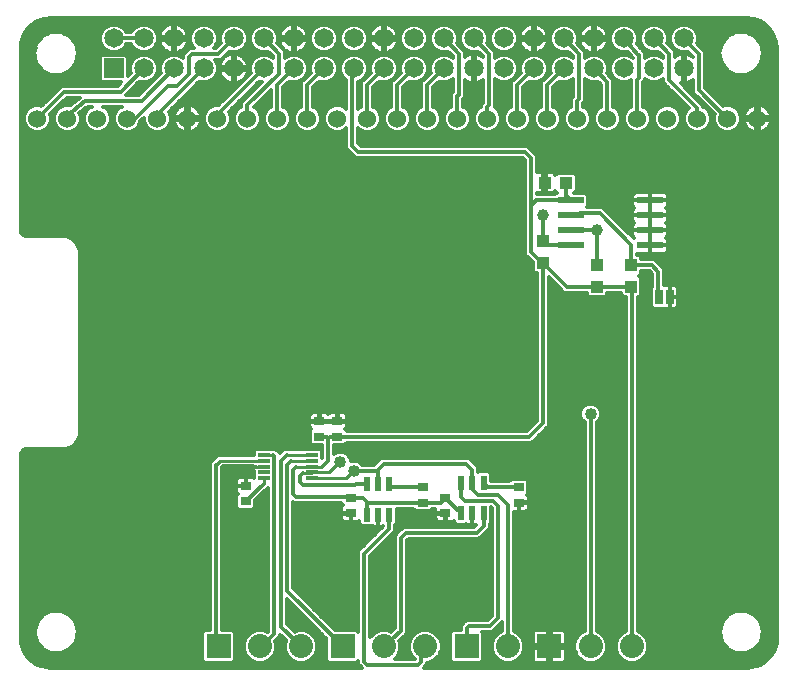
<source format=gbl>
G75*
%MOIN*%
%OFA0B0*%
%FSLAX24Y24*%
%IPPOS*%
%LPD*%
%AMOC8*
5,1,8,0,0,1.08239X$1,22.5*
%
%ADD10C,0.0650*%
%ADD11R,0.0650X0.0650*%
%ADD12R,0.0870X0.0240*%
%ADD13R,0.0394X0.0433*%
%ADD14R,0.0433X0.0394*%
%ADD15C,0.0600*%
%ADD16R,0.0250X0.0500*%
%ADD17R,0.0394X0.0118*%
%ADD18R,0.0217X0.0472*%
%ADD19R,0.0354X0.0276*%
%ADD20C,0.0800*%
%ADD21R,0.0800X0.0800*%
%ADD22C,0.0120*%
%ADD23C,0.0100*%
%ADD24C,0.0400*%
%ADD25C,0.0397*%
D10*
X004455Y020821D03*
X004455Y021821D03*
X003455Y021821D03*
X005455Y021821D03*
X006455Y021821D03*
X006455Y020821D03*
X005455Y020821D03*
X007455Y020821D03*
X007455Y021821D03*
X008455Y021821D03*
X008455Y020821D03*
X009455Y020821D03*
X009455Y021821D03*
X010455Y021821D03*
X010455Y020821D03*
X011455Y020821D03*
X012455Y020821D03*
X012455Y021821D03*
X011455Y021821D03*
X013455Y021821D03*
X013455Y020821D03*
X014455Y020821D03*
X014455Y021821D03*
X015455Y021821D03*
X015455Y020821D03*
X016455Y020821D03*
X016455Y021821D03*
X017455Y021821D03*
X017455Y020821D03*
X018455Y020821D03*
X019455Y020821D03*
X019455Y021821D03*
X018455Y021821D03*
X020455Y021821D03*
X020455Y020821D03*
X021455Y020821D03*
X021455Y021821D03*
X022455Y021821D03*
X022455Y020821D03*
D11*
X003455Y020821D03*
D12*
X018685Y016421D03*
X018685Y015921D03*
X018685Y015421D03*
X018685Y014921D03*
X021335Y014921D03*
X021335Y015421D03*
X021335Y015921D03*
X021335Y016421D03*
D13*
X020710Y014256D03*
X020710Y013547D03*
X019560Y013547D03*
X019560Y014256D03*
X017760Y014347D03*
X017760Y015056D03*
D14*
X017816Y017012D03*
X018524Y017012D03*
D15*
X018910Y019152D03*
X017910Y019152D03*
X016910Y019152D03*
X015910Y019152D03*
X014910Y019152D03*
X013910Y019152D03*
X012910Y019152D03*
X011910Y019152D03*
X010910Y019152D03*
X009910Y019152D03*
X008910Y019152D03*
X007910Y019152D03*
X006910Y019152D03*
X005910Y019152D03*
X004910Y019152D03*
X003910Y019152D03*
X002910Y019152D03*
X001910Y019152D03*
X000910Y019152D03*
X019910Y019152D03*
X020910Y019152D03*
X021910Y019152D03*
X022910Y019152D03*
X023910Y019152D03*
X024910Y019152D03*
D16*
X021987Y013202D03*
X021633Y013202D03*
D17*
X010067Y007946D03*
X010067Y007749D03*
X010067Y007552D03*
X010067Y007355D03*
X010067Y007158D03*
X008453Y007158D03*
X008453Y007355D03*
X008453Y007552D03*
X008453Y007749D03*
X008453Y007946D03*
D18*
X011886Y006964D03*
X012260Y006964D03*
X012634Y006964D03*
X012634Y005940D03*
X012260Y005940D03*
X011886Y005940D03*
X015036Y005990D03*
X015410Y005990D03*
X015784Y005990D03*
X015784Y007014D03*
X015410Y007014D03*
X015036Y007014D03*
D19*
X014510Y006508D03*
X014510Y005996D03*
X013760Y006346D03*
X013760Y006858D03*
X011360Y006508D03*
X011360Y005996D03*
X010910Y008546D03*
X010910Y009058D03*
X010310Y009058D03*
X010310Y008546D03*
X007860Y006908D03*
X007860Y006396D03*
X016960Y006346D03*
X016960Y006858D03*
D20*
X016597Y001557D03*
X013841Y001557D03*
X012463Y001557D03*
X009707Y001557D03*
X008329Y001557D03*
X019353Y001557D03*
X020731Y001557D03*
D21*
X017975Y001557D03*
X015219Y001557D03*
X011085Y001557D03*
X006951Y001557D03*
D22*
X011610Y001007D02*
X000812Y001007D01*
X000891Y000950D02*
X000640Y001132D01*
X000458Y001383D01*
X000362Y001678D01*
X000357Y001747D01*
X000360Y001750D01*
X000360Y007935D01*
X000364Y007973D01*
X000393Y008043D01*
X000446Y008096D01*
X000516Y008125D01*
X000554Y008129D01*
X001853Y008129D01*
X002071Y008219D01*
X002238Y008386D01*
X002238Y008386D01*
X002329Y008605D01*
X002329Y014746D01*
X002238Y014964D01*
X002238Y014964D01*
X002071Y015132D01*
X001853Y015222D01*
X000554Y015222D01*
X000516Y015226D01*
X000446Y015255D01*
X000393Y015308D01*
X000364Y015378D01*
X000360Y015416D01*
X000360Y021518D01*
X000372Y021671D01*
X000467Y021963D01*
X000647Y022212D01*
X000896Y022392D01*
X001188Y022487D01*
X001341Y022499D01*
X024569Y022499D01*
X024723Y022487D01*
X025015Y022392D01*
X025263Y022212D01*
X025444Y021963D01*
X025538Y021671D01*
X025551Y021518D01*
X025551Y001750D01*
X025554Y001747D01*
X025548Y001678D01*
X025453Y001383D01*
X025270Y001132D01*
X025019Y000950D01*
X024724Y000854D01*
X024569Y000842D01*
X013783Y000842D01*
X013910Y000969D01*
X013910Y001017D01*
X013949Y001017D01*
X014147Y001100D01*
X014299Y001251D01*
X014381Y001450D01*
X014381Y001665D01*
X014299Y001863D01*
X014147Y002015D01*
X013949Y002097D01*
X013734Y002097D01*
X013535Y002015D01*
X013383Y001863D01*
X013301Y001665D01*
X013301Y001450D01*
X013383Y001251D01*
X013483Y001152D01*
X012821Y001152D01*
X012921Y001251D01*
X013003Y001450D01*
X013003Y001665D01*
X012972Y001739D01*
X013111Y001865D01*
X013117Y001865D01*
X013172Y001920D01*
X013230Y001973D01*
X013230Y001979D01*
X013234Y001982D01*
X013234Y002061D01*
X013238Y002139D01*
X013234Y002143D01*
X013234Y005093D01*
X013293Y005152D01*
X015643Y005152D01*
X015867Y005376D01*
X015984Y005493D01*
X015984Y005647D01*
X016032Y005696D01*
X016032Y006197D01*
X016060Y006169D01*
X016060Y002585D01*
X015927Y002452D01*
X015227Y002452D01*
X015136Y002361D01*
X015019Y002244D01*
X015019Y002097D01*
X014761Y002097D01*
X014679Y002015D01*
X014679Y001099D01*
X014761Y001017D01*
X015677Y001017D01*
X015759Y001099D01*
X015759Y002015D01*
X015723Y002052D01*
X016093Y002052D01*
X016210Y002169D01*
X016397Y002356D01*
X016397Y002059D01*
X016291Y002015D01*
X016139Y001863D01*
X016057Y001665D01*
X016057Y001450D01*
X016139Y001251D01*
X016291Y001100D01*
X016490Y001017D01*
X016704Y001017D01*
X016903Y001100D01*
X017055Y001251D01*
X017137Y001450D01*
X017137Y001665D01*
X017055Y001863D01*
X016903Y002015D01*
X016797Y002059D01*
X016797Y006048D01*
X016951Y006048D01*
X016951Y006337D01*
X016969Y006337D01*
X016969Y006355D01*
X017297Y006355D01*
X017297Y006505D01*
X017286Y006545D01*
X017265Y006582D01*
X017235Y006612D01*
X017230Y006615D01*
X017277Y006662D01*
X017277Y007054D01*
X017195Y007136D01*
X016725Y007136D01*
X016647Y007058D01*
X016032Y007058D01*
X016032Y007308D01*
X015950Y007390D01*
X015618Y007390D01*
X015610Y007382D01*
X015610Y007535D01*
X015410Y007735D01*
X015293Y007852D01*
X012377Y007852D01*
X012177Y007652D01*
X012127Y007602D01*
X011741Y007602D01*
X011653Y007690D01*
X011528Y007742D01*
X011392Y007742D01*
X011350Y007724D01*
X011350Y007769D01*
X011298Y007894D01*
X011203Y007990D01*
X011078Y008042D01*
X010942Y008042D01*
X010817Y007990D01*
X010810Y007983D01*
X010810Y008268D01*
X011145Y008268D01*
X011227Y008350D01*
X011227Y008352D01*
X017393Y008352D01*
X017960Y008919D01*
X017960Y013865D01*
X018477Y013347D01*
X019223Y013347D01*
X019223Y013273D01*
X019305Y013191D01*
X019815Y013191D01*
X019897Y013273D01*
X019897Y013347D01*
X020373Y013347D01*
X020373Y013273D01*
X020455Y013191D01*
X020531Y013191D01*
X020531Y002059D01*
X020425Y002015D01*
X020273Y001863D01*
X020191Y001665D01*
X020191Y001450D01*
X020273Y001251D01*
X020425Y001100D01*
X020623Y001017D01*
X020838Y001017D01*
X021037Y001100D01*
X021189Y001251D01*
X021271Y001450D01*
X021271Y001665D01*
X021189Y001863D01*
X021037Y002015D01*
X020931Y002059D01*
X020931Y013191D01*
X020965Y013191D01*
X021047Y013273D01*
X021047Y013822D01*
X020967Y013902D01*
X021047Y013982D01*
X021047Y014056D01*
X021323Y014056D01*
X021410Y013969D01*
X021410Y013552D01*
X021368Y013510D01*
X021368Y012894D01*
X021450Y012812D01*
X021785Y012812D01*
X021800Y012803D01*
X021841Y012792D01*
X021985Y012792D01*
X021985Y013199D01*
X021990Y013199D01*
X021990Y013204D01*
X022272Y013204D01*
X022272Y013473D01*
X022261Y013514D01*
X022240Y013550D01*
X022210Y013580D01*
X022174Y013601D01*
X022133Y013612D01*
X021990Y013612D01*
X021990Y013204D01*
X021985Y013204D01*
X021985Y013612D01*
X021841Y013612D01*
X021810Y013603D01*
X021810Y014135D01*
X021693Y014252D01*
X021489Y014456D01*
X021047Y014456D01*
X021047Y014531D01*
X020965Y014613D01*
X020910Y014613D01*
X020910Y014641D01*
X021335Y014641D01*
X021335Y014921D01*
X021335Y014921D01*
X021335Y015201D01*
X021335Y015421D01*
X020740Y015421D01*
X020740Y015280D01*
X020751Y015239D01*
X020772Y015203D01*
X020802Y015173D01*
X020805Y015171D01*
X020802Y015169D01*
X020789Y015156D01*
X019860Y016085D01*
X019743Y016202D01*
X019219Y016202D01*
X019260Y016243D01*
X019260Y016599D01*
X019178Y016681D01*
X018805Y016681D01*
X018881Y016757D01*
X018881Y017267D01*
X018799Y017349D01*
X018250Y017349D01*
X018178Y017277D01*
X018160Y017307D01*
X018130Y017337D01*
X018094Y017358D01*
X018053Y017369D01*
X017854Y017369D01*
X017854Y017050D01*
X017777Y017050D01*
X017777Y017369D01*
X017578Y017369D01*
X017560Y017364D01*
X017560Y017935D01*
X017443Y018052D01*
X017243Y018252D01*
X011693Y018252D01*
X011610Y018335D01*
X011610Y018830D01*
X011661Y018779D01*
X011822Y018712D01*
X011998Y018712D01*
X012159Y018779D01*
X012283Y018903D01*
X012350Y019064D01*
X012350Y019239D01*
X012283Y019401D01*
X012159Y019525D01*
X012110Y019545D01*
X012110Y020193D01*
X012299Y020382D01*
X012363Y020356D01*
X012548Y020356D01*
X012719Y020427D01*
X012849Y020558D01*
X012920Y020729D01*
X012920Y020914D01*
X012849Y021085D01*
X012719Y021215D01*
X012548Y021286D01*
X012363Y021286D01*
X012192Y021215D01*
X012061Y021085D01*
X011990Y020914D01*
X011990Y020729D01*
X012017Y020665D01*
X011710Y020359D01*
X011710Y019545D01*
X011661Y019525D01*
X011610Y019474D01*
X011610Y020382D01*
X011719Y020427D01*
X011849Y020558D01*
X011920Y020729D01*
X011920Y020914D01*
X011849Y021085D01*
X011719Y021215D01*
X011548Y021286D01*
X011363Y021286D01*
X011192Y021215D01*
X011061Y021085D01*
X010990Y020914D01*
X010990Y020729D01*
X011061Y020558D01*
X011192Y020427D01*
X011210Y020419D01*
X011210Y019474D01*
X011159Y019525D01*
X010998Y019592D01*
X010822Y019592D01*
X010661Y019525D01*
X010537Y019401D01*
X010470Y019239D01*
X010470Y019064D01*
X010537Y018903D01*
X010661Y018779D01*
X010822Y018712D01*
X010998Y018712D01*
X011159Y018779D01*
X011210Y018830D01*
X011210Y018169D01*
X011410Y017969D01*
X011527Y017852D01*
X017077Y017852D01*
X017160Y017769D01*
X017160Y014619D01*
X017423Y014356D01*
X017423Y014073D01*
X017505Y013991D01*
X017560Y013991D01*
X017560Y009085D01*
X017227Y008752D01*
X011217Y008752D01*
X011180Y008789D01*
X011185Y008792D01*
X011215Y008822D01*
X011236Y008858D01*
X011247Y008899D01*
X011247Y009049D01*
X010919Y009049D01*
X010919Y009067D01*
X010901Y009067D01*
X010901Y009356D01*
X010712Y009356D01*
X010671Y009345D01*
X010635Y009324D01*
X010610Y009299D01*
X010585Y009324D01*
X010549Y009345D01*
X010508Y009356D01*
X010319Y009356D01*
X010319Y009067D01*
X010301Y009067D01*
X010301Y009356D01*
X010112Y009356D01*
X010071Y009345D01*
X010035Y009324D01*
X010005Y009294D01*
X009984Y009257D01*
X009973Y009217D01*
X009973Y009067D01*
X010301Y009067D01*
X010301Y009049D01*
X009973Y009049D01*
X009973Y008899D01*
X009984Y008858D01*
X010005Y008822D01*
X010035Y008792D01*
X010040Y008789D01*
X009993Y008742D01*
X009993Y008350D01*
X010075Y008268D01*
X010410Y008268D01*
X010410Y007835D01*
X010404Y007829D01*
X010404Y008063D01*
X010322Y008145D01*
X009812Y008145D01*
X009803Y008136D01*
X009317Y008136D01*
X009307Y008146D01*
X009141Y008146D01*
X008995Y008000D01*
X008893Y008102D01*
X008849Y008146D01*
X008683Y008146D01*
X008683Y008145D01*
X008198Y008145D01*
X008116Y008063D01*
X008116Y007939D01*
X006928Y007939D01*
X006817Y007827D01*
X006791Y007802D01*
X006777Y007802D01*
X006660Y007685D01*
X006654Y002097D01*
X006493Y002097D01*
X006411Y002015D01*
X006411Y001099D01*
X006493Y001017D01*
X007409Y001017D01*
X007491Y001099D01*
X007491Y002015D01*
X007409Y002097D01*
X007054Y002097D01*
X007060Y007533D01*
X007086Y007559D01*
X008096Y007559D01*
X008096Y007552D01*
X008196Y007552D01*
X008196Y007552D01*
X008196Y007552D01*
X008096Y007552D01*
X008096Y007472D01*
X008107Y007431D01*
X008116Y007415D01*
X008116Y007185D01*
X008099Y007195D01*
X008058Y007206D01*
X007869Y007206D01*
X007869Y006917D01*
X007851Y006917D01*
X007851Y007206D01*
X007662Y007206D01*
X007621Y007195D01*
X007585Y007174D01*
X007555Y007144D01*
X007534Y007107D01*
X007523Y007067D01*
X007523Y006917D01*
X007851Y006917D01*
X007851Y006899D01*
X007523Y006899D01*
X007523Y006749D01*
X007534Y006708D01*
X007555Y006672D01*
X007585Y006642D01*
X007590Y006639D01*
X007543Y006592D01*
X007543Y006200D01*
X007625Y006118D01*
X008095Y006118D01*
X008177Y006200D01*
X008177Y006424D01*
X008610Y006842D01*
X008610Y002055D01*
X008589Y002034D01*
X008437Y002097D01*
X008222Y002097D01*
X008023Y002015D01*
X007872Y001863D01*
X007789Y001665D01*
X007789Y001450D01*
X007872Y001251D01*
X008023Y001100D01*
X008222Y001017D01*
X008437Y001017D01*
X008635Y001100D01*
X008787Y001251D01*
X008869Y001450D01*
X008869Y001665D01*
X008845Y001724D01*
X009010Y001889D01*
X009010Y001953D01*
X009208Y001762D01*
X009167Y001665D01*
X009167Y001450D01*
X009249Y001251D01*
X009401Y001100D01*
X009600Y001017D01*
X009815Y001017D01*
X010013Y001100D01*
X010165Y001251D01*
X010247Y001450D01*
X010247Y001665D01*
X010165Y001863D01*
X010013Y002015D01*
X009815Y002097D01*
X009600Y002097D01*
X009485Y002050D01*
X009224Y002303D01*
X009224Y003136D01*
X010545Y001814D01*
X010545Y001099D01*
X010627Y001017D01*
X011543Y001017D01*
X011610Y001084D01*
X011610Y000969D01*
X011727Y000852D01*
X011737Y000842D01*
X001341Y000842D01*
X001186Y000854D01*
X000891Y000950D01*
X001079Y000889D02*
X011690Y000889D01*
X011810Y001052D02*
X011810Y004652D01*
X012634Y005476D01*
X012634Y005940D01*
X012882Y005984D02*
X014173Y005984D01*
X014173Y005987D02*
X014173Y005837D01*
X014184Y005796D01*
X014205Y005760D01*
X014235Y005730D01*
X014271Y005709D01*
X014312Y005698D01*
X014501Y005698D01*
X014501Y005987D01*
X014173Y005987D01*
X014173Y006005D02*
X014501Y006005D01*
X014501Y005987D01*
X014519Y005987D01*
X014519Y005698D01*
X014708Y005698D01*
X014749Y005709D01*
X014785Y005730D01*
X014788Y005732D01*
X014788Y005696D01*
X014870Y005614D01*
X015202Y005614D01*
X015210Y005622D01*
X015240Y005605D01*
X015281Y005594D01*
X015410Y005594D01*
X015519Y005594D01*
X015477Y005552D01*
X013127Y005552D01*
X013010Y005435D01*
X012834Y005259D01*
X012834Y002154D01*
X012709Y002040D01*
X012571Y002097D01*
X012356Y002097D01*
X012157Y002015D01*
X012010Y001868D01*
X012010Y004569D01*
X012834Y005393D01*
X012834Y005559D01*
X012834Y005597D01*
X012882Y005646D01*
X012882Y006146D01*
X013447Y006146D01*
X013525Y006068D01*
X013995Y006068D01*
X014073Y006146D01*
X014173Y006146D01*
X014173Y006005D01*
X014173Y006103D02*
X014030Y006103D01*
X014173Y005866D02*
X012882Y005866D01*
X012882Y005747D02*
X014217Y005747D01*
X014501Y005747D02*
X014519Y005747D01*
X014519Y005866D02*
X014501Y005866D01*
X014501Y005984D02*
X014519Y005984D01*
X014360Y006346D02*
X013760Y006346D01*
X011922Y006346D01*
X011910Y006358D01*
X011760Y006508D01*
X011360Y006508D01*
X011316Y006552D01*
X009540Y006552D01*
X009440Y006652D01*
X009440Y007452D01*
X009540Y007552D01*
X009377Y007749D02*
X009230Y007602D01*
X009230Y003413D01*
X011085Y001557D01*
X010545Y001600D02*
X010247Y001600D01*
X010247Y001481D02*
X010545Y001481D01*
X010545Y001363D02*
X010211Y001363D01*
X010158Y001244D02*
X010545Y001244D01*
X010545Y001126D02*
X010039Y001126D01*
X009707Y001557D02*
X009024Y002218D01*
X009024Y007746D01*
X009224Y007946D01*
X009113Y008117D02*
X008877Y008117D01*
X008766Y007946D02*
X008810Y007902D01*
X008810Y001972D01*
X008395Y001557D01*
X008329Y001557D01*
X008780Y001244D02*
X009257Y001244D01*
X009203Y001363D02*
X008833Y001363D01*
X008869Y001481D02*
X009167Y001481D01*
X009167Y001600D02*
X008869Y001600D01*
X008847Y001718D02*
X009189Y001718D01*
X009130Y001837D02*
X008958Y001837D01*
X008610Y002074D02*
X008493Y002074D01*
X008610Y002192D02*
X007054Y002192D01*
X007054Y002311D02*
X008610Y002311D01*
X008610Y002429D02*
X007055Y002429D01*
X007055Y002548D02*
X008610Y002548D01*
X008610Y002666D02*
X007055Y002666D01*
X007055Y002785D02*
X008610Y002785D01*
X008610Y002903D02*
X007055Y002903D01*
X007055Y003022D02*
X008610Y003022D01*
X008610Y003140D02*
X007055Y003140D01*
X007055Y003259D02*
X008610Y003259D01*
X008610Y003377D02*
X007056Y003377D01*
X007056Y003496D02*
X008610Y003496D01*
X008610Y003614D02*
X007056Y003614D01*
X007056Y003733D02*
X008610Y003733D01*
X008610Y003851D02*
X007056Y003851D01*
X007056Y003970D02*
X008610Y003970D01*
X008610Y004088D02*
X007056Y004088D01*
X007056Y004207D02*
X008610Y004207D01*
X008610Y004325D02*
X007057Y004325D01*
X007057Y004444D02*
X008610Y004444D01*
X008610Y004562D02*
X007057Y004562D01*
X007057Y004681D02*
X008610Y004681D01*
X008610Y004799D02*
X007057Y004799D01*
X007057Y004918D02*
X008610Y004918D01*
X008610Y005036D02*
X007057Y005036D01*
X007057Y005155D02*
X008610Y005155D01*
X008610Y005273D02*
X007058Y005273D01*
X007058Y005392D02*
X008610Y005392D01*
X008610Y005510D02*
X007058Y005510D01*
X007058Y005629D02*
X008610Y005629D01*
X008610Y005747D02*
X007058Y005747D01*
X007058Y005866D02*
X008610Y005866D01*
X008610Y005984D02*
X007058Y005984D01*
X007058Y006103D02*
X008610Y006103D01*
X008610Y006221D02*
X008177Y006221D01*
X008177Y006340D02*
X008610Y006340D01*
X008610Y006458D02*
X008212Y006458D01*
X008335Y006577D02*
X008610Y006577D01*
X008610Y006695D02*
X008458Y006695D01*
X008580Y006814D02*
X008610Y006814D01*
X008453Y006969D02*
X007860Y006396D01*
X007543Y006340D02*
X007059Y006340D01*
X007059Y006458D02*
X007543Y006458D01*
X007543Y006577D02*
X007059Y006577D01*
X007059Y006695D02*
X007541Y006695D01*
X007523Y006814D02*
X007059Y006814D01*
X007059Y006932D02*
X007523Y006932D01*
X007523Y007051D02*
X007059Y007051D01*
X007060Y007169D02*
X007580Y007169D01*
X007851Y007169D02*
X007869Y007169D01*
X007869Y007051D02*
X007851Y007051D01*
X007851Y006932D02*
X007869Y006932D01*
X007860Y006908D02*
X007860Y007452D01*
X008096Y007525D02*
X007060Y007525D01*
X007060Y007406D02*
X008116Y007406D01*
X008116Y007288D02*
X007060Y007288D01*
X006860Y007602D02*
X006854Y001594D01*
X006951Y001557D01*
X006411Y001600D02*
X002093Y001600D01*
X002124Y001638D02*
X002124Y001638D01*
X002124Y001638D01*
X002187Y001717D01*
X002224Y001880D01*
X002229Y001892D01*
X002229Y001902D01*
X002258Y002030D01*
X002229Y002157D01*
X002229Y002167D01*
X002224Y002180D01*
X002187Y002342D01*
X002187Y002342D01*
X002124Y002421D01*
X002124Y002421D01*
X002124Y002422D01*
X001987Y002593D01*
X001698Y002732D01*
X001378Y002732D01*
X001089Y002593D01*
X001089Y002593D01*
X001089Y002593D01*
X000952Y002422D01*
X000952Y002421D01*
X000889Y002342D01*
X000852Y002180D01*
X000847Y002167D01*
X000847Y002157D01*
X000818Y002030D01*
X000818Y002030D01*
X000847Y001902D01*
X000847Y001892D01*
X000852Y001880D01*
X000889Y001717D01*
X000952Y001638D01*
X000952Y001638D01*
X000952Y001638D01*
X001089Y001467D01*
X001378Y001328D01*
X001698Y001328D01*
X001987Y001467D01*
X002124Y001638D01*
X002187Y001717D02*
X002187Y001717D01*
X002187Y001718D02*
X006411Y001718D01*
X006411Y001837D02*
X002214Y001837D01*
X002241Y001955D02*
X006411Y001955D01*
X006470Y002074D02*
X002248Y002074D01*
X002221Y002192D02*
X006654Y002192D01*
X006654Y002311D02*
X002194Y002311D01*
X002117Y002429D02*
X006655Y002429D01*
X006655Y002548D02*
X002023Y002548D01*
X001987Y002593D02*
X001987Y002593D01*
X001834Y002666D02*
X006655Y002666D01*
X006655Y002785D02*
X000360Y002785D01*
X000360Y002903D02*
X006655Y002903D01*
X006655Y003022D02*
X000360Y003022D01*
X000360Y003140D02*
X006655Y003140D01*
X006655Y003259D02*
X000360Y003259D01*
X000360Y003377D02*
X006656Y003377D01*
X006656Y003496D02*
X000360Y003496D01*
X000360Y003614D02*
X006656Y003614D01*
X006656Y003733D02*
X000360Y003733D01*
X000360Y003851D02*
X006656Y003851D01*
X006656Y003970D02*
X000360Y003970D01*
X000360Y004088D02*
X006656Y004088D01*
X006656Y004207D02*
X000360Y004207D01*
X000360Y004325D02*
X006657Y004325D01*
X006657Y004444D02*
X000360Y004444D01*
X000360Y004562D02*
X006657Y004562D01*
X006657Y004681D02*
X000360Y004681D01*
X000360Y004799D02*
X006657Y004799D01*
X006657Y004918D02*
X000360Y004918D01*
X000360Y005036D02*
X006657Y005036D01*
X006657Y005155D02*
X000360Y005155D01*
X000360Y005273D02*
X006658Y005273D01*
X006658Y005392D02*
X000360Y005392D01*
X000360Y005510D02*
X006658Y005510D01*
X006658Y005629D02*
X000360Y005629D01*
X000360Y005747D02*
X006658Y005747D01*
X006658Y005866D02*
X000360Y005866D01*
X000360Y005984D02*
X006658Y005984D01*
X006658Y006103D02*
X000360Y006103D01*
X000360Y006221D02*
X006659Y006221D01*
X006659Y006340D02*
X000360Y006340D01*
X000360Y006458D02*
X006659Y006458D01*
X006659Y006577D02*
X000360Y006577D01*
X000360Y006695D02*
X006659Y006695D01*
X006659Y006814D02*
X000360Y006814D01*
X000360Y006932D02*
X006659Y006932D01*
X006659Y007051D02*
X000360Y007051D01*
X000360Y007169D02*
X006660Y007169D01*
X006660Y007288D02*
X000360Y007288D01*
X000360Y007406D02*
X006660Y007406D01*
X006660Y007525D02*
X000360Y007525D01*
X000360Y007643D02*
X006660Y007643D01*
X006737Y007762D02*
X000360Y007762D01*
X000360Y007880D02*
X006870Y007880D01*
X008116Y007999D02*
X000374Y007999D01*
X000497Y008117D02*
X008171Y008117D01*
X009660Y007252D02*
X009660Y007052D01*
X009760Y006952D01*
X011510Y006952D01*
X011522Y006964D01*
X011886Y006964D01*
X012260Y006964D02*
X012260Y007452D01*
X012210Y007402D01*
X011460Y007402D01*
X011216Y007158D01*
X011010Y007702D02*
X010663Y007355D01*
X010410Y007552D02*
X010610Y007752D01*
X010610Y008502D01*
X010566Y008546D01*
X010310Y008546D01*
X010610Y008502D02*
X010660Y008552D01*
X010910Y008552D01*
X017310Y008552D01*
X017760Y009002D01*
X017760Y014347D01*
X017714Y014347D01*
X017360Y014702D01*
X017360Y016252D01*
X017360Y017852D01*
X017160Y018052D01*
X011610Y018052D01*
X011410Y018252D01*
X011410Y020776D01*
X011455Y020821D01*
X011782Y021152D02*
X012129Y021152D01*
X012040Y021034D02*
X011870Y021034D01*
X011920Y020915D02*
X011991Y020915D01*
X011990Y020797D02*
X011920Y020797D01*
X011899Y020678D02*
X012011Y020678D01*
X011911Y020560D02*
X011850Y020560D01*
X011793Y020441D02*
X011733Y020441D01*
X011710Y020323D02*
X011610Y020323D01*
X011610Y020204D02*
X011710Y020204D01*
X011710Y020086D02*
X011610Y020086D01*
X011610Y019967D02*
X011710Y019967D01*
X011710Y019849D02*
X011610Y019849D01*
X011610Y019730D02*
X011710Y019730D01*
X011710Y019612D02*
X011610Y019612D01*
X011610Y019493D02*
X011629Y019493D01*
X011210Y019493D02*
X011191Y019493D01*
X011210Y019612D02*
X010110Y019612D01*
X010110Y019545D02*
X010110Y020193D01*
X010299Y020382D01*
X010363Y020356D01*
X010548Y020356D01*
X010719Y020427D01*
X010849Y020558D01*
X010920Y020729D01*
X010920Y020914D01*
X010849Y021085D01*
X010719Y021215D01*
X010548Y021286D01*
X010363Y021286D01*
X010192Y021215D01*
X010061Y021085D01*
X009990Y020914D01*
X009990Y020729D01*
X010017Y020665D01*
X009710Y020359D01*
X009710Y019545D01*
X009661Y019525D01*
X009537Y019401D01*
X009470Y019239D01*
X009470Y019064D01*
X009537Y018903D01*
X009661Y018779D01*
X009822Y018712D01*
X009998Y018712D01*
X010159Y018779D01*
X010283Y018903D01*
X010350Y019064D01*
X010350Y019239D01*
X010283Y019401D01*
X010159Y019525D01*
X010110Y019545D01*
X010191Y019493D02*
X010629Y019493D01*
X010526Y019375D02*
X010294Y019375D01*
X010343Y019256D02*
X010477Y019256D01*
X010470Y019138D02*
X010350Y019138D01*
X010331Y019019D02*
X010489Y019019D01*
X010539Y018901D02*
X010281Y018901D01*
X010163Y018782D02*
X010657Y018782D01*
X011163Y018782D02*
X011210Y018782D01*
X011210Y018664D02*
X000360Y018664D01*
X000360Y018782D02*
X000657Y018782D01*
X000661Y018779D02*
X000822Y018712D01*
X000998Y018712D01*
X001159Y018779D01*
X001283Y018903D01*
X001350Y019064D01*
X001350Y019239D01*
X001330Y019289D01*
X001893Y019852D01*
X002318Y019852D01*
X002003Y019590D01*
X001998Y019592D01*
X001822Y019592D01*
X001661Y019525D01*
X001537Y019401D01*
X001470Y019239D01*
X001470Y019064D01*
X001537Y018903D01*
X001661Y018779D01*
X001822Y018712D01*
X001998Y018712D01*
X002159Y018779D01*
X002283Y018903D01*
X002350Y019064D01*
X002350Y019239D01*
X002313Y019328D01*
X002582Y019552D01*
X002726Y019552D01*
X002661Y019525D01*
X002537Y019401D01*
X002470Y019239D01*
X002470Y019064D01*
X002537Y018903D01*
X002661Y018779D01*
X002822Y018712D01*
X002998Y018712D01*
X003159Y018779D01*
X003283Y018903D01*
X003350Y019064D01*
X003350Y019239D01*
X003283Y019401D01*
X003159Y019525D01*
X003094Y019552D01*
X003726Y019552D01*
X003661Y019525D01*
X003537Y019401D01*
X003470Y019239D01*
X003470Y019064D01*
X003537Y018903D01*
X003661Y018779D01*
X003822Y018712D01*
X003998Y018712D01*
X004159Y018779D01*
X004283Y018903D01*
X004346Y019055D01*
X004470Y019179D01*
X004470Y019064D01*
X004537Y018903D01*
X004661Y018779D01*
X004822Y018712D01*
X004998Y018712D01*
X005159Y018779D01*
X005283Y018903D01*
X005350Y019064D01*
X005350Y019239D01*
X005293Y019376D01*
X006299Y020382D01*
X006363Y020356D01*
X006548Y020356D01*
X006719Y020427D01*
X006849Y020558D01*
X006920Y020729D01*
X006920Y020914D01*
X006849Y021085D01*
X006832Y021102D01*
X007019Y021102D01*
X007299Y021382D01*
X007363Y021356D01*
X007548Y021356D01*
X007719Y021427D01*
X007849Y021558D01*
X007920Y021729D01*
X007920Y021914D01*
X007849Y022085D01*
X007719Y022215D01*
X007548Y022286D01*
X007363Y022286D01*
X007192Y022215D01*
X007061Y022085D01*
X006990Y021914D01*
X006990Y021729D01*
X007017Y021665D01*
X006853Y021502D01*
X006794Y021502D01*
X006849Y021558D01*
X006920Y021729D01*
X006920Y021914D01*
X006849Y022085D01*
X006719Y022215D01*
X006548Y022286D01*
X006363Y022286D01*
X006192Y022215D01*
X006061Y022085D01*
X005990Y021914D01*
X005990Y021729D01*
X006061Y021558D01*
X006117Y021502D01*
X005977Y021502D01*
X005860Y021385D01*
X005760Y021285D01*
X005760Y021174D01*
X005719Y021215D01*
X005548Y021286D01*
X005363Y021286D01*
X005192Y021215D01*
X005061Y021085D01*
X004990Y020914D01*
X004990Y020729D01*
X005017Y020665D01*
X004303Y019952D01*
X003869Y019952D01*
X003886Y019969D01*
X004299Y020382D01*
X004363Y020356D01*
X004548Y020356D01*
X004719Y020427D01*
X004849Y020558D01*
X004920Y020729D01*
X004920Y020914D01*
X004849Y021085D01*
X004719Y021215D01*
X004548Y021286D01*
X004363Y021286D01*
X004192Y021215D01*
X004061Y021085D01*
X003990Y020914D01*
X003990Y020729D01*
X004017Y020665D01*
X003920Y020569D01*
X003920Y021204D01*
X003838Y021286D01*
X003072Y021286D01*
X002990Y021204D01*
X002990Y020438D01*
X003072Y020356D01*
X003707Y020356D01*
X003603Y020252D01*
X001727Y020252D01*
X001047Y019571D01*
X000998Y019592D01*
X000822Y019592D01*
X000661Y019525D01*
X000537Y019401D01*
X000470Y019239D01*
X000470Y019064D01*
X000537Y018903D01*
X000661Y018779D01*
X000539Y018901D02*
X000360Y018901D01*
X000360Y019019D02*
X000489Y019019D01*
X000470Y019138D02*
X000360Y019138D01*
X000360Y019256D02*
X000477Y019256D01*
X000526Y019375D02*
X000360Y019375D01*
X000360Y019493D02*
X000629Y019493D01*
X000360Y019612D02*
X001087Y019612D01*
X001206Y019730D02*
X000360Y019730D01*
X000360Y019849D02*
X001324Y019849D01*
X001443Y019967D02*
X000360Y019967D01*
X000360Y020086D02*
X001561Y020086D01*
X001680Y020204D02*
X000360Y020204D01*
X000360Y020323D02*
X003674Y020323D01*
X003686Y020052D02*
X001810Y020052D01*
X000910Y019152D01*
X001163Y018782D02*
X001657Y018782D01*
X001539Y018901D02*
X001281Y018901D01*
X001331Y019019D02*
X001489Y019019D01*
X001470Y019138D02*
X001350Y019138D01*
X001343Y019256D02*
X001477Y019256D01*
X001526Y019375D02*
X001416Y019375D01*
X001534Y019493D02*
X001629Y019493D01*
X001653Y019612D02*
X002030Y019612D01*
X002172Y019730D02*
X001771Y019730D01*
X001890Y019849D02*
X002314Y019849D01*
X002510Y019752D02*
X001910Y019252D01*
X001910Y019152D01*
X002331Y019019D02*
X002489Y019019D01*
X002470Y019138D02*
X002350Y019138D01*
X002343Y019256D02*
X002477Y019256D01*
X002526Y019375D02*
X002370Y019375D01*
X002512Y019493D02*
X002629Y019493D01*
X002510Y019752D02*
X004386Y019752D01*
X005455Y020821D01*
X005960Y020652D02*
X005960Y021202D01*
X006060Y021302D01*
X006936Y021302D01*
X007455Y021821D01*
X007019Y021982D02*
X006892Y021982D01*
X006920Y021863D02*
X006990Y021863D01*
X006990Y021745D02*
X006920Y021745D01*
X006878Y021626D02*
X006978Y021626D01*
X006859Y021508D02*
X006800Y021508D01*
X007188Y021271D02*
X007270Y021271D01*
X007269Y021271D02*
X007201Y021236D01*
X007139Y021191D01*
X007085Y021137D01*
X007040Y021075D01*
X007006Y021007D01*
X006982Y020935D01*
X006971Y020861D01*
X007415Y020861D01*
X007415Y020781D01*
X006971Y020781D01*
X006982Y020708D01*
X007006Y020635D01*
X007040Y020567D01*
X007085Y020505D01*
X007139Y020451D01*
X007201Y020406D01*
X007269Y020372D01*
X007342Y020348D01*
X007415Y020336D01*
X007415Y020781D01*
X007495Y020781D01*
X007495Y020336D01*
X007569Y020348D01*
X007641Y020372D01*
X007709Y020406D01*
X007771Y020451D01*
X007825Y020505D01*
X007870Y020567D01*
X007905Y020635D01*
X007928Y020708D01*
X007940Y020781D01*
X007495Y020781D01*
X007495Y020861D01*
X007415Y020861D01*
X007415Y021306D01*
X007342Y021294D01*
X007269Y021271D01*
X007415Y021271D02*
X007495Y021271D01*
X007495Y021306D02*
X007569Y021294D01*
X007641Y021271D01*
X008326Y021271D01*
X008363Y021286D02*
X008192Y021215D01*
X008061Y021085D01*
X007990Y020914D01*
X007990Y020729D01*
X008017Y020665D01*
X006943Y019592D01*
X006822Y019592D01*
X006661Y019525D01*
X006537Y019401D01*
X006470Y019239D01*
X006470Y019064D01*
X006537Y018903D01*
X006661Y018779D01*
X006822Y018712D01*
X006998Y018712D01*
X007159Y018779D01*
X007283Y018903D01*
X007350Y019064D01*
X007350Y019239D01*
X007293Y019376D01*
X008299Y020382D01*
X008363Y020356D01*
X008381Y020356D01*
X007710Y019685D01*
X007710Y019545D01*
X007661Y019525D01*
X007537Y019401D01*
X007470Y019239D01*
X007470Y019064D01*
X007537Y018903D01*
X007661Y018779D01*
X007822Y018712D01*
X007998Y018712D01*
X008159Y018779D01*
X008283Y018903D01*
X008350Y019064D01*
X008350Y019239D01*
X008283Y019401D01*
X008159Y019525D01*
X008129Y019538D01*
X008710Y020119D01*
X008710Y019545D01*
X008661Y019525D01*
X008537Y019401D01*
X008470Y019239D01*
X008470Y019064D01*
X008537Y018903D01*
X008661Y018779D01*
X008822Y018712D01*
X008998Y018712D01*
X009159Y018779D01*
X009283Y018903D01*
X009350Y019064D01*
X009350Y019239D01*
X009283Y019401D01*
X009159Y019525D01*
X009110Y019545D01*
X009110Y020193D01*
X009299Y020382D01*
X009363Y020356D01*
X009548Y020356D01*
X009719Y020427D01*
X009849Y020558D01*
X009920Y020729D01*
X009920Y020914D01*
X009849Y021085D01*
X009719Y021215D01*
X009548Y021286D01*
X009363Y021286D01*
X009192Y021215D01*
X009160Y021183D01*
X009160Y021399D01*
X008894Y021665D01*
X008920Y021729D01*
X008920Y021914D01*
X008849Y022085D01*
X008719Y022215D01*
X008548Y022286D01*
X008363Y022286D01*
X008192Y022215D01*
X008061Y022085D01*
X007990Y021914D01*
X007990Y021729D01*
X008061Y021558D01*
X008192Y021427D01*
X008363Y021356D01*
X008548Y021356D01*
X008611Y021382D01*
X008760Y021234D01*
X008760Y021174D01*
X008719Y021215D01*
X008548Y021286D01*
X008363Y021286D01*
X008283Y021389D02*
X007628Y021389D01*
X007641Y021271D02*
X007709Y021236D01*
X007771Y021191D01*
X007825Y021137D01*
X007870Y021075D01*
X007905Y021007D01*
X007928Y020935D01*
X007940Y020861D01*
X007495Y020861D01*
X007495Y021306D01*
X007495Y021152D02*
X007415Y021152D01*
X007415Y021034D02*
X007495Y021034D01*
X007495Y020915D02*
X007415Y020915D01*
X007415Y020797D02*
X006920Y020797D01*
X006920Y020915D02*
X006979Y020915D01*
X007019Y021034D02*
X006870Y021034D01*
X007069Y021152D02*
X007101Y021152D01*
X006992Y020678D02*
X006899Y020678D01*
X006850Y020560D02*
X007046Y020560D01*
X007153Y020441D02*
X006733Y020441D01*
X006240Y020323D02*
X007674Y020323D01*
X007758Y020441D02*
X007793Y020441D01*
X007865Y020560D02*
X007911Y020560D01*
X007919Y020678D02*
X008011Y020678D01*
X007990Y020797D02*
X007495Y020797D01*
X007495Y020678D02*
X007415Y020678D01*
X007415Y020560D02*
X007495Y020560D01*
X007495Y020441D02*
X007415Y020441D01*
X007556Y020204D02*
X006121Y020204D01*
X006003Y020086D02*
X007437Y020086D01*
X007319Y019967D02*
X005884Y019967D01*
X005766Y019849D02*
X007200Y019849D01*
X007082Y019730D02*
X005647Y019730D01*
X005529Y019612D02*
X006963Y019612D01*
X006910Y019276D02*
X006910Y019152D01*
X006910Y019276D02*
X008455Y020821D01*
X008129Y021152D02*
X007810Y021152D01*
X007891Y021034D02*
X008040Y021034D01*
X007991Y020915D02*
X007931Y020915D01*
X007800Y021508D02*
X008111Y021508D01*
X008033Y021626D02*
X007878Y021626D01*
X007920Y021745D02*
X007990Y021745D01*
X007990Y021863D02*
X007920Y021863D01*
X007892Y021982D02*
X008019Y021982D01*
X008077Y022100D02*
X007834Y022100D01*
X007710Y022219D02*
X008200Y022219D01*
X008455Y021821D02*
X008960Y021316D01*
X008960Y020652D01*
X007910Y019602D01*
X007910Y019152D01*
X008294Y019375D02*
X008526Y019375D01*
X008477Y019256D02*
X008343Y019256D01*
X008350Y019138D02*
X008470Y019138D01*
X008489Y019019D02*
X008331Y019019D01*
X008281Y018901D02*
X008539Y018901D01*
X008657Y018782D02*
X008163Y018782D01*
X007657Y018782D02*
X007163Y018782D01*
X007281Y018901D02*
X007539Y018901D01*
X007489Y019019D02*
X007331Y019019D01*
X007350Y019138D02*
X007470Y019138D01*
X007477Y019256D02*
X007343Y019256D01*
X007294Y019375D02*
X007526Y019375D01*
X007629Y019493D02*
X007410Y019493D01*
X007529Y019612D02*
X007710Y019612D01*
X007756Y019730D02*
X007647Y019730D01*
X007766Y019849D02*
X007874Y019849D01*
X007884Y019967D02*
X007993Y019967D01*
X008003Y020086D02*
X008111Y020086D01*
X008121Y020204D02*
X008230Y020204D01*
X008240Y020323D02*
X008348Y020323D01*
X008677Y020086D02*
X008710Y020086D01*
X008710Y019967D02*
X008558Y019967D01*
X008440Y019849D02*
X008710Y019849D01*
X008710Y019730D02*
X008321Y019730D01*
X008203Y019612D02*
X008710Y019612D01*
X008629Y019493D02*
X008191Y019493D01*
X008910Y019152D02*
X008910Y020276D01*
X009455Y020821D01*
X009782Y021152D02*
X010129Y021152D01*
X010040Y021034D02*
X009870Y021034D01*
X009920Y020915D02*
X009991Y020915D01*
X009990Y020797D02*
X009920Y020797D01*
X009899Y020678D02*
X010011Y020678D01*
X009911Y020560D02*
X009850Y020560D01*
X009793Y020441D02*
X009733Y020441D01*
X009710Y020323D02*
X009240Y020323D01*
X009121Y020204D02*
X009710Y020204D01*
X009710Y020086D02*
X009110Y020086D01*
X009110Y019967D02*
X009710Y019967D01*
X009710Y019849D02*
X009110Y019849D01*
X009110Y019730D02*
X009710Y019730D01*
X009710Y019612D02*
X009110Y019612D01*
X009191Y019493D02*
X009629Y019493D01*
X009526Y019375D02*
X009294Y019375D01*
X009343Y019256D02*
X009477Y019256D01*
X009470Y019138D02*
X009350Y019138D01*
X009331Y019019D02*
X009489Y019019D01*
X009539Y018901D02*
X009281Y018901D01*
X009163Y018782D02*
X009657Y018782D01*
X009910Y019152D02*
X009910Y020276D01*
X010455Y020821D01*
X010782Y021152D02*
X011129Y021152D01*
X011040Y021034D02*
X010870Y021034D01*
X010920Y020915D02*
X010991Y020915D01*
X010990Y020797D02*
X010920Y020797D01*
X010899Y020678D02*
X011011Y020678D01*
X011060Y020560D02*
X010850Y020560D01*
X010733Y020441D02*
X011177Y020441D01*
X011210Y020323D02*
X010240Y020323D01*
X010121Y020204D02*
X011210Y020204D01*
X011210Y020086D02*
X010110Y020086D01*
X010110Y019967D02*
X011210Y019967D01*
X011210Y019849D02*
X010110Y019849D01*
X010110Y019730D02*
X011210Y019730D01*
X011910Y020276D02*
X012455Y020821D01*
X012782Y021152D02*
X013129Y021152D01*
X013192Y021215D02*
X013061Y021085D01*
X012990Y020914D01*
X012990Y020729D01*
X013017Y020665D01*
X012710Y020359D01*
X012710Y019545D01*
X012661Y019525D01*
X012537Y019401D01*
X012470Y019239D01*
X012470Y019064D01*
X012537Y018903D01*
X012661Y018779D01*
X012822Y018712D01*
X012998Y018712D01*
X013159Y018779D01*
X013283Y018903D01*
X013350Y019064D01*
X013350Y019239D01*
X013283Y019401D01*
X013159Y019525D01*
X013110Y019545D01*
X013110Y020193D01*
X013299Y020382D01*
X013363Y020356D01*
X013548Y020356D01*
X013719Y020427D01*
X013849Y020558D01*
X013920Y020729D01*
X013920Y020914D01*
X013849Y021085D01*
X013719Y021215D01*
X013548Y021286D01*
X013363Y021286D01*
X013192Y021215D01*
X013326Y021271D02*
X012585Y021271D01*
X012569Y021348D02*
X012641Y021372D01*
X012709Y021406D01*
X012771Y021451D01*
X012825Y021505D01*
X012870Y021567D01*
X012905Y021635D01*
X012928Y021708D01*
X012940Y021781D01*
X012495Y021781D01*
X012495Y021336D01*
X012569Y021348D01*
X012495Y021389D02*
X012415Y021389D01*
X012415Y021336D02*
X012415Y021781D01*
X011971Y021781D01*
X011982Y021708D01*
X012006Y021635D01*
X012040Y021567D01*
X012085Y021505D01*
X012139Y021451D01*
X012201Y021406D01*
X012269Y021372D01*
X012342Y021348D01*
X012415Y021336D01*
X012326Y021271D02*
X011585Y021271D01*
X011548Y021356D02*
X011719Y021427D01*
X011849Y021558D01*
X011920Y021729D01*
X011920Y021914D01*
X011849Y022085D01*
X011719Y022215D01*
X011548Y022286D01*
X011363Y022286D01*
X011192Y022215D01*
X011061Y022085D01*
X010990Y021914D01*
X010990Y021729D01*
X011061Y021558D01*
X011192Y021427D01*
X011363Y021356D01*
X011548Y021356D01*
X011628Y021389D02*
X012234Y021389D01*
X012083Y021508D02*
X011800Y021508D01*
X011878Y021626D02*
X012010Y021626D01*
X011976Y021745D02*
X011920Y021745D01*
X011920Y021863D02*
X011971Y021863D01*
X011971Y021861D02*
X012415Y021861D01*
X012415Y021781D01*
X012495Y021781D01*
X012495Y021861D01*
X012415Y021861D01*
X012415Y022306D01*
X012342Y022294D01*
X012269Y022271D01*
X012201Y022236D01*
X012139Y022191D01*
X012085Y022137D01*
X012040Y022075D01*
X012006Y022007D01*
X011982Y021935D01*
X011971Y021861D01*
X011998Y021982D02*
X011892Y021982D01*
X011834Y022100D02*
X012059Y022100D01*
X012178Y022219D02*
X011710Y022219D01*
X011200Y022219D02*
X010710Y022219D01*
X010719Y022215D02*
X010548Y022286D01*
X010363Y022286D01*
X010192Y022215D01*
X010061Y022085D01*
X009990Y021914D01*
X009990Y021729D01*
X010061Y021558D01*
X010192Y021427D01*
X010363Y021356D01*
X010548Y021356D01*
X010719Y021427D01*
X010849Y021558D01*
X010920Y021729D01*
X010920Y021914D01*
X010849Y022085D01*
X010719Y022215D01*
X010834Y022100D02*
X011077Y022100D01*
X011019Y021982D02*
X010892Y021982D01*
X010920Y021863D02*
X010990Y021863D01*
X010990Y021745D02*
X010920Y021745D01*
X010878Y021626D02*
X011033Y021626D01*
X011111Y021508D02*
X010800Y021508D01*
X010628Y021389D02*
X011283Y021389D01*
X011326Y021271D02*
X010585Y021271D01*
X010326Y021271D02*
X009585Y021271D01*
X009569Y021348D02*
X009641Y021372D01*
X009709Y021406D01*
X009771Y021451D01*
X009825Y021505D01*
X009870Y021567D01*
X009905Y021635D01*
X009928Y021708D01*
X009940Y021781D01*
X009495Y021781D01*
X009495Y021336D01*
X009569Y021348D01*
X009495Y021389D02*
X009415Y021389D01*
X009415Y021336D02*
X009415Y021781D01*
X008971Y021781D01*
X008982Y021708D01*
X009006Y021635D01*
X009040Y021567D01*
X009085Y021505D01*
X009139Y021451D01*
X009201Y021406D01*
X009269Y021372D01*
X009342Y021348D01*
X009415Y021336D01*
X009326Y021271D02*
X009160Y021271D01*
X009160Y021389D02*
X009234Y021389D01*
X009083Y021508D02*
X009051Y021508D01*
X009010Y021626D02*
X008933Y021626D01*
X008920Y021745D02*
X008976Y021745D01*
X008971Y021861D02*
X009415Y021861D01*
X009415Y021781D01*
X009495Y021781D01*
X009495Y021861D01*
X009415Y021861D01*
X009415Y022306D01*
X009342Y022294D01*
X009269Y022271D01*
X009201Y022236D01*
X009139Y022191D01*
X009085Y022137D01*
X009040Y022075D01*
X009006Y022007D01*
X008982Y021935D01*
X008971Y021861D01*
X008971Y021863D02*
X008920Y021863D01*
X008892Y021982D02*
X008998Y021982D01*
X009059Y022100D02*
X008834Y022100D01*
X008710Y022219D02*
X009178Y022219D01*
X009415Y022219D02*
X009495Y022219D01*
X009495Y022306D02*
X009569Y022294D01*
X009641Y022271D01*
X009709Y022236D01*
X009771Y022191D01*
X009825Y022137D01*
X009870Y022075D01*
X009905Y022007D01*
X009928Y021935D01*
X009940Y021861D01*
X009495Y021861D01*
X009495Y022306D01*
X009495Y022100D02*
X009415Y022100D01*
X009415Y021982D02*
X009495Y021982D01*
X009495Y021863D02*
X009415Y021863D01*
X009415Y021745D02*
X009495Y021745D01*
X009495Y021626D02*
X009415Y021626D01*
X009415Y021508D02*
X009495Y021508D01*
X009676Y021389D02*
X010283Y021389D01*
X010111Y021508D02*
X009827Y021508D01*
X009900Y021626D02*
X010033Y021626D01*
X009990Y021745D02*
X009934Y021745D01*
X009940Y021863D02*
X009990Y021863D01*
X010019Y021982D02*
X009913Y021982D01*
X009852Y022100D02*
X010077Y022100D01*
X010200Y022219D02*
X009733Y022219D01*
X008723Y021271D02*
X008585Y021271D01*
X007200Y022219D02*
X006710Y022219D01*
X006834Y022100D02*
X007077Y022100D01*
X006200Y022219D02*
X005733Y022219D01*
X005709Y022236D02*
X005771Y022191D01*
X005825Y022137D01*
X005870Y022075D01*
X005905Y022007D01*
X005928Y021935D01*
X005940Y021861D01*
X005495Y021861D01*
X005415Y021861D01*
X005415Y021781D01*
X004971Y021781D01*
X004982Y021708D01*
X005006Y021635D01*
X005040Y021567D01*
X005085Y021505D01*
X005139Y021451D01*
X005201Y021406D01*
X005269Y021372D01*
X005342Y021348D01*
X005415Y021336D01*
X005415Y021781D01*
X005495Y021781D01*
X005495Y021336D01*
X005569Y021348D01*
X005641Y021372D01*
X005709Y021406D01*
X005771Y021451D01*
X005825Y021505D01*
X005870Y021567D01*
X005905Y021635D01*
X005928Y021708D01*
X005940Y021781D01*
X005495Y021781D01*
X005495Y021861D01*
X005495Y022306D01*
X005569Y022294D01*
X005641Y022271D01*
X005709Y022236D01*
X005852Y022100D02*
X006077Y022100D01*
X006019Y021982D02*
X005913Y021982D01*
X005940Y021863D02*
X005990Y021863D01*
X005990Y021745D02*
X005934Y021745D01*
X005900Y021626D02*
X006033Y021626D01*
X006111Y021508D02*
X005827Y021508D01*
X005865Y021389D02*
X005676Y021389D01*
X005760Y021271D02*
X005585Y021271D01*
X005495Y021389D02*
X005415Y021389D01*
X005415Y021508D02*
X005495Y021508D01*
X005495Y021626D02*
X005415Y021626D01*
X005415Y021745D02*
X005495Y021745D01*
X005495Y021863D02*
X005415Y021863D01*
X005415Y021861D02*
X005415Y022306D01*
X005342Y022294D01*
X005269Y022271D01*
X005201Y022236D01*
X005139Y022191D01*
X005085Y022137D01*
X005040Y022075D01*
X005006Y022007D01*
X004982Y021935D01*
X004971Y021861D01*
X005415Y021861D01*
X005415Y021982D02*
X005495Y021982D01*
X005495Y022100D02*
X005415Y022100D01*
X005415Y022219D02*
X005495Y022219D01*
X005178Y022219D02*
X004710Y022219D01*
X004719Y022215D02*
X004548Y022286D01*
X004363Y022286D01*
X004192Y022215D01*
X004061Y022085D01*
X004035Y022021D01*
X003876Y022021D01*
X003849Y022085D01*
X003719Y022215D01*
X003548Y022286D01*
X003363Y022286D01*
X003192Y022215D01*
X003061Y022085D01*
X002990Y021914D01*
X002990Y021729D01*
X003061Y021558D01*
X003192Y021427D01*
X003363Y021356D01*
X003548Y021356D01*
X003719Y021427D01*
X003849Y021558D01*
X003876Y021621D01*
X004035Y021621D01*
X004061Y021558D01*
X004192Y021427D01*
X004363Y021356D01*
X004548Y021356D01*
X004719Y021427D01*
X004849Y021558D01*
X004920Y021729D01*
X004920Y021914D01*
X004849Y022085D01*
X004719Y022215D01*
X004834Y022100D02*
X005059Y022100D01*
X004998Y021982D02*
X004892Y021982D01*
X004920Y021863D02*
X004971Y021863D01*
X004976Y021745D02*
X004920Y021745D01*
X004878Y021626D02*
X005010Y021626D01*
X005083Y021508D02*
X004800Y021508D01*
X004628Y021389D02*
X005234Y021389D01*
X005326Y021271D02*
X004585Y021271D01*
X004782Y021152D02*
X005129Y021152D01*
X005040Y021034D02*
X004870Y021034D01*
X004920Y020915D02*
X004991Y020915D01*
X004990Y020797D02*
X004920Y020797D01*
X004899Y020678D02*
X005011Y020678D01*
X004911Y020560D02*
X004850Y020560D01*
X004793Y020441D02*
X004733Y020441D01*
X004674Y020323D02*
X004240Y020323D01*
X004121Y020204D02*
X004556Y020204D01*
X004437Y020086D02*
X004003Y020086D01*
X003884Y019967D02*
X004319Y019967D01*
X003686Y020052D02*
X004455Y020821D01*
X004129Y021152D02*
X003920Y021152D01*
X003920Y021034D02*
X004040Y021034D01*
X003991Y020915D02*
X003920Y020915D01*
X003920Y020797D02*
X003990Y020797D01*
X004011Y020678D02*
X003920Y020678D01*
X003854Y021271D02*
X004326Y021271D01*
X004283Y021389D02*
X003628Y021389D01*
X003800Y021508D02*
X004111Y021508D01*
X004455Y021821D02*
X003455Y021821D01*
X003834Y022100D02*
X004077Y022100D01*
X004200Y022219D02*
X003710Y022219D01*
X003200Y022219D02*
X000657Y022219D01*
X000566Y022100D02*
X003077Y022100D01*
X003019Y021982D02*
X001807Y021982D01*
X001700Y022033D02*
X001375Y022033D01*
X001083Y021892D01*
X001083Y021892D01*
X000880Y021638D01*
X000880Y021638D01*
X000808Y021321D01*
X000880Y021004D01*
X001083Y020750D01*
X001375Y020609D01*
X001700Y020609D01*
X001993Y020750D01*
X001993Y020750D01*
X002196Y021004D01*
X002196Y021004D01*
X002268Y021321D01*
X002196Y021638D01*
X001993Y021892D01*
X001700Y022033D01*
X001993Y021892D02*
X001993Y021892D01*
X002016Y021863D02*
X002990Y021863D01*
X002990Y021745D02*
X002111Y021745D01*
X002196Y021638D02*
X002196Y021638D01*
X002199Y021626D02*
X003033Y021626D01*
X003111Y021508D02*
X002226Y021508D01*
X002253Y021389D02*
X003283Y021389D01*
X003057Y021271D02*
X002257Y021271D01*
X002230Y021152D02*
X002990Y021152D01*
X002990Y021034D02*
X002203Y021034D01*
X002125Y020915D02*
X002990Y020915D01*
X002990Y020797D02*
X002030Y020797D01*
X001993Y020750D02*
X001993Y020750D01*
X001844Y020678D02*
X002990Y020678D01*
X002990Y020560D02*
X000360Y020560D01*
X000360Y020678D02*
X001232Y020678D01*
X001083Y020750D02*
X001083Y020750D01*
X001045Y020797D02*
X000360Y020797D01*
X000360Y020915D02*
X000951Y020915D01*
X000880Y021004D02*
X000880Y021004D01*
X000873Y021034D02*
X000360Y021034D01*
X000360Y021152D02*
X000846Y021152D01*
X000819Y021271D02*
X000360Y021271D01*
X000360Y021389D02*
X000823Y021389D01*
X000808Y021321D02*
X000808Y021321D01*
X000850Y021508D02*
X000360Y021508D01*
X000369Y021626D02*
X000877Y021626D01*
X000965Y021745D02*
X000396Y021745D01*
X000434Y021863D02*
X001060Y021863D01*
X001083Y021892D02*
X001083Y021892D01*
X001269Y021982D02*
X000480Y021982D01*
X000820Y022337D02*
X025090Y022337D01*
X025253Y022219D02*
X022710Y022219D01*
X022719Y022215D02*
X022548Y022286D01*
X022363Y022286D01*
X022192Y022215D01*
X022061Y022085D01*
X021990Y021914D01*
X021990Y021729D01*
X022061Y021558D01*
X022192Y021427D01*
X022363Y021356D01*
X022548Y021356D01*
X022601Y021378D01*
X022760Y021219D01*
X022760Y021199D01*
X022709Y021236D01*
X022641Y021271D01*
X022708Y021271D01*
X022641Y021271D02*
X022569Y021294D01*
X022495Y021306D01*
X022495Y020861D01*
X022415Y020861D01*
X022415Y021306D01*
X022342Y021294D01*
X022269Y021271D01*
X022201Y021236D01*
X022160Y021206D01*
X022160Y021399D01*
X021894Y021665D01*
X021920Y021729D01*
X021920Y021914D01*
X021849Y022085D01*
X021719Y022215D01*
X021548Y022286D01*
X021363Y022286D01*
X021192Y022215D01*
X021061Y022085D01*
X020990Y021914D01*
X020990Y021729D01*
X021061Y021558D01*
X021192Y021427D01*
X021363Y021356D01*
X021548Y021356D01*
X021611Y021382D01*
X021760Y021234D01*
X021760Y021174D01*
X021719Y021215D01*
X021548Y021286D01*
X021363Y021286D01*
X021192Y021215D01*
X021160Y021183D01*
X021160Y021349D01*
X021055Y021454D01*
X020885Y021643D01*
X020920Y021729D01*
X020920Y021914D01*
X020849Y022085D01*
X020719Y022215D01*
X020548Y022286D01*
X020363Y022286D01*
X020192Y022215D01*
X020061Y022085D01*
X019990Y021914D01*
X019990Y021729D01*
X020061Y021558D01*
X020192Y021427D01*
X020363Y021356D01*
X020548Y021356D01*
X020589Y021373D01*
X020710Y021240D01*
X020710Y021234D01*
X020760Y021184D01*
X020760Y021174D01*
X020719Y021215D01*
X020548Y021286D01*
X020363Y021286D01*
X020192Y021215D01*
X020061Y021085D01*
X019990Y020914D01*
X019990Y020729D01*
X020061Y020558D01*
X020192Y020427D01*
X020363Y020356D01*
X020548Y020356D01*
X020710Y020423D01*
X020710Y019545D01*
X020661Y019525D01*
X020537Y019401D01*
X020470Y019239D01*
X020470Y019064D01*
X020537Y018903D01*
X020661Y018779D01*
X020822Y018712D01*
X020998Y018712D01*
X021159Y018779D01*
X021283Y018903D01*
X021350Y019064D01*
X021350Y019239D01*
X021283Y019401D01*
X021159Y019525D01*
X021110Y019545D01*
X021110Y020369D01*
X021160Y020419D01*
X021160Y020459D01*
X021192Y020427D01*
X021363Y020356D01*
X021548Y020356D01*
X021719Y020427D01*
X021760Y020468D01*
X021760Y020369D01*
X021877Y020252D01*
X022632Y019497D01*
X022537Y019401D01*
X022470Y019239D01*
X022470Y019064D01*
X022537Y018903D01*
X022661Y018779D01*
X022822Y018712D01*
X022998Y018712D01*
X023159Y018779D01*
X023283Y018903D01*
X023350Y019064D01*
X023350Y019239D01*
X023283Y019401D01*
X023159Y019525D01*
X023110Y019545D01*
X023110Y019585D01*
X022348Y020347D01*
X022415Y020336D01*
X022415Y020781D01*
X022495Y020781D01*
X022495Y020336D01*
X022569Y020348D01*
X022641Y020372D01*
X022709Y020406D01*
X022760Y020443D01*
X022760Y020019D01*
X023490Y019289D01*
X023470Y019239D01*
X023470Y019064D01*
X023537Y018903D01*
X023661Y018779D01*
X023822Y018712D01*
X023998Y018712D01*
X024159Y018779D01*
X024283Y018903D01*
X024350Y019064D01*
X024350Y019239D01*
X024283Y019401D01*
X024159Y019525D01*
X023998Y019592D01*
X023822Y019592D01*
X023773Y019571D01*
X023160Y020185D01*
X023160Y021385D01*
X023043Y021502D01*
X022890Y021655D01*
X022920Y021729D01*
X022920Y021914D01*
X022849Y022085D01*
X022719Y022215D01*
X022834Y022100D02*
X025344Y022100D01*
X025430Y021982D02*
X024641Y021982D01*
X024535Y022033D02*
X024210Y022033D01*
X023917Y021892D01*
X023715Y021638D01*
X023642Y021321D01*
X023715Y021004D01*
X023917Y020750D01*
X023917Y020750D01*
X024210Y020609D01*
X024535Y020609D01*
X024828Y020750D01*
X024828Y020750D01*
X024828Y020750D01*
X025031Y021004D01*
X025103Y021321D01*
X025031Y021638D01*
X024828Y021892D01*
X024828Y021892D01*
X024535Y022033D01*
X024851Y021863D02*
X025476Y021863D01*
X025515Y021745D02*
X024945Y021745D01*
X025031Y021638D02*
X025031Y021638D01*
X025033Y021626D02*
X025542Y021626D01*
X025551Y021508D02*
X025060Y021508D01*
X025087Y021389D02*
X025551Y021389D01*
X025551Y021271D02*
X025091Y021271D01*
X025064Y021152D02*
X025551Y021152D01*
X025551Y021034D02*
X025037Y021034D01*
X025031Y021004D02*
X025031Y021004D01*
X024960Y020915D02*
X025551Y020915D01*
X025551Y020797D02*
X024865Y020797D01*
X024679Y020678D02*
X025551Y020678D01*
X025551Y020560D02*
X023160Y020560D01*
X023160Y020678D02*
X024066Y020678D01*
X023880Y020797D02*
X023160Y020797D01*
X023160Y020915D02*
X023786Y020915D01*
X023715Y021004D02*
X023715Y021004D01*
X023708Y021034D02*
X023160Y021034D01*
X023160Y021152D02*
X023681Y021152D01*
X023654Y021271D02*
X023160Y021271D01*
X023155Y021389D02*
X023658Y021389D01*
X023642Y021321D02*
X023642Y021321D01*
X023685Y021508D02*
X023037Y021508D01*
X022918Y021626D02*
X023712Y021626D01*
X023715Y021638D02*
X023715Y021638D01*
X023800Y021745D02*
X022920Y021745D01*
X022920Y021863D02*
X023894Y021863D01*
X023917Y021892D02*
X023917Y021892D01*
X023917Y021892D01*
X024104Y021982D02*
X022892Y021982D01*
X022455Y021821D02*
X022455Y021807D01*
X022960Y021302D01*
X022960Y020102D01*
X023910Y019152D01*
X024350Y019138D02*
X024870Y019138D01*
X024870Y019112D02*
X024451Y019112D01*
X024461Y019044D01*
X024484Y018975D01*
X024517Y018911D01*
X024559Y018852D01*
X024610Y018801D01*
X024669Y018758D01*
X024733Y018726D01*
X024802Y018703D01*
X024870Y018692D01*
X024870Y019112D01*
X024870Y019192D01*
X024870Y019611D01*
X024802Y019600D01*
X024733Y019578D01*
X024669Y019545D01*
X024610Y019503D01*
X024559Y019451D01*
X024517Y019393D01*
X024484Y019328D01*
X024461Y019260D01*
X024451Y019192D01*
X024870Y019192D01*
X024950Y019192D01*
X024950Y019611D01*
X025018Y019600D01*
X025087Y019578D01*
X025151Y019545D01*
X025210Y019503D01*
X025261Y019451D01*
X025303Y019393D01*
X025336Y019328D01*
X025359Y019260D01*
X025369Y019192D01*
X024950Y019192D01*
X024950Y019112D01*
X025369Y019112D01*
X025359Y019044D01*
X025336Y018975D01*
X025303Y018911D01*
X025261Y018852D01*
X025210Y018801D01*
X025151Y018758D01*
X025087Y018726D01*
X025018Y018703D01*
X024950Y018692D01*
X024950Y019112D01*
X024870Y019112D01*
X024950Y019138D02*
X025551Y019138D01*
X025551Y019256D02*
X025359Y019256D01*
X025313Y019375D02*
X025551Y019375D01*
X025551Y019493D02*
X025219Y019493D01*
X024950Y019493D02*
X024870Y019493D01*
X024870Y019375D02*
X024950Y019375D01*
X024950Y019256D02*
X024870Y019256D01*
X024870Y019019D02*
X024950Y019019D01*
X024950Y018901D02*
X024870Y018901D01*
X024870Y018782D02*
X024950Y018782D01*
X025184Y018782D02*
X025551Y018782D01*
X025551Y018664D02*
X011610Y018664D01*
X011610Y018782D02*
X011657Y018782D01*
X011610Y018545D02*
X025551Y018545D01*
X025551Y018427D02*
X011610Y018427D01*
X011636Y018308D02*
X025551Y018308D01*
X025551Y018190D02*
X017305Y018190D01*
X017423Y018071D02*
X025551Y018071D01*
X025551Y017953D02*
X017542Y017953D01*
X017560Y017834D02*
X025551Y017834D01*
X025551Y017716D02*
X017560Y017716D01*
X017560Y017597D02*
X025551Y017597D01*
X025551Y017479D02*
X017560Y017479D01*
X017777Y017360D02*
X017854Y017360D01*
X017854Y017242D02*
X017777Y017242D01*
X017777Y017123D02*
X017854Y017123D01*
X017854Y016973D02*
X017854Y016655D01*
X018053Y016655D01*
X018094Y016666D01*
X018130Y016687D01*
X018160Y016717D01*
X018178Y016747D01*
X018244Y016681D01*
X018192Y016681D01*
X018132Y016621D01*
X017560Y016621D01*
X017560Y016660D01*
X017578Y016655D01*
X017777Y016655D01*
X017777Y016973D01*
X017854Y016973D01*
X017854Y016886D02*
X017777Y016886D01*
X017777Y016768D02*
X017854Y016768D01*
X017560Y016649D02*
X018161Y016649D01*
X018524Y016582D02*
X018524Y017012D01*
X018881Y017005D02*
X025551Y017005D01*
X025551Y017123D02*
X018881Y017123D01*
X018881Y017242D02*
X025551Y017242D01*
X025551Y017360D02*
X018084Y017360D01*
X018524Y016582D02*
X018685Y016421D01*
X017529Y016421D01*
X017360Y016252D01*
X017160Y016294D02*
X000360Y016294D01*
X000360Y016412D02*
X017160Y016412D01*
X017160Y016531D02*
X000360Y016531D01*
X000360Y016649D02*
X017160Y016649D01*
X017160Y016768D02*
X000360Y016768D01*
X000360Y016886D02*
X017160Y016886D01*
X017160Y017005D02*
X000360Y017005D01*
X000360Y017123D02*
X017160Y017123D01*
X017160Y017242D02*
X000360Y017242D01*
X000360Y017360D02*
X017160Y017360D01*
X017160Y017479D02*
X000360Y017479D01*
X000360Y017597D02*
X017160Y017597D01*
X017160Y017716D02*
X000360Y017716D01*
X000360Y017834D02*
X017095Y017834D01*
X016998Y018712D02*
X016822Y018712D01*
X016661Y018779D01*
X016537Y018903D01*
X016470Y019064D01*
X016470Y019239D01*
X016537Y019401D01*
X016661Y019525D01*
X016710Y019545D01*
X016710Y020359D01*
X017017Y020665D01*
X016990Y020729D01*
X016990Y020914D01*
X017061Y021085D01*
X017192Y021215D01*
X017363Y021286D01*
X017548Y021286D01*
X017719Y021215D01*
X017849Y021085D01*
X017920Y020914D01*
X017920Y020729D01*
X017849Y020558D01*
X017719Y020427D01*
X017548Y020356D01*
X017363Y020356D01*
X017299Y020382D01*
X017110Y020193D01*
X017110Y019545D01*
X017159Y019525D01*
X017283Y019401D01*
X017350Y019239D01*
X017350Y019064D01*
X017283Y018903D01*
X017159Y018779D01*
X016998Y018712D01*
X017163Y018782D02*
X017657Y018782D01*
X017661Y018779D02*
X017822Y018712D01*
X017998Y018712D01*
X018159Y018779D01*
X018283Y018903D01*
X018350Y019064D01*
X018350Y019239D01*
X018283Y019401D01*
X018159Y019525D01*
X018110Y019545D01*
X018110Y020193D01*
X018299Y020382D01*
X018363Y020356D01*
X018548Y020356D01*
X018719Y020427D01*
X018760Y020468D01*
X018760Y019885D01*
X018710Y019835D01*
X018710Y019545D01*
X018661Y019525D01*
X018537Y019401D01*
X018470Y019239D01*
X018470Y019064D01*
X018537Y018903D01*
X018661Y018779D01*
X018822Y018712D01*
X018998Y018712D01*
X019159Y018779D01*
X019283Y018903D01*
X019350Y019064D01*
X019350Y019239D01*
X019283Y019401D01*
X019159Y019525D01*
X019110Y019545D01*
X019110Y019669D01*
X019160Y019719D01*
X019160Y020459D01*
X019192Y020427D01*
X019363Y020356D01*
X019548Y020356D01*
X019611Y020382D01*
X019710Y020284D01*
X019710Y019545D01*
X019661Y019525D01*
X019537Y019401D01*
X019470Y019239D01*
X019470Y019064D01*
X019537Y018903D01*
X019661Y018779D01*
X019822Y018712D01*
X019998Y018712D01*
X020159Y018779D01*
X020283Y018903D01*
X020350Y019064D01*
X020350Y019239D01*
X020283Y019401D01*
X020159Y019525D01*
X020110Y019545D01*
X020110Y020449D01*
X019894Y020665D01*
X019920Y020729D01*
X019920Y020914D01*
X019849Y021085D01*
X019719Y021215D01*
X019548Y021286D01*
X019363Y021286D01*
X019192Y021215D01*
X019160Y021183D01*
X019160Y021399D01*
X019043Y021516D01*
X019043Y021516D01*
X018894Y021665D01*
X018920Y021729D01*
X018920Y021914D01*
X018849Y022085D01*
X018719Y022215D01*
X018548Y022286D01*
X018363Y022286D01*
X018192Y022215D01*
X018061Y022085D01*
X017990Y021914D01*
X017990Y021729D01*
X018061Y021558D01*
X018192Y021427D01*
X018363Y021356D01*
X018548Y021356D01*
X018611Y021382D01*
X018760Y021234D01*
X018760Y021174D01*
X018719Y021215D01*
X018548Y021286D01*
X018363Y021286D01*
X018192Y021215D01*
X018061Y021085D01*
X017990Y020914D01*
X017990Y020729D01*
X018017Y020665D01*
X017710Y020359D01*
X017710Y019545D01*
X017661Y019525D01*
X017537Y019401D01*
X017470Y019239D01*
X017470Y019064D01*
X017537Y018903D01*
X017661Y018779D01*
X017539Y018901D02*
X017281Y018901D01*
X017331Y019019D02*
X017489Y019019D01*
X017470Y019138D02*
X017350Y019138D01*
X017343Y019256D02*
X017477Y019256D01*
X017526Y019375D02*
X017294Y019375D01*
X017191Y019493D02*
X017629Y019493D01*
X017710Y019612D02*
X017110Y019612D01*
X017110Y019730D02*
X017710Y019730D01*
X017710Y019849D02*
X017110Y019849D01*
X017110Y019967D02*
X017710Y019967D01*
X017710Y020086D02*
X017110Y020086D01*
X017121Y020204D02*
X017710Y020204D01*
X017710Y020323D02*
X017240Y020323D01*
X016910Y020276D02*
X017455Y020821D01*
X017782Y021152D02*
X018129Y021152D01*
X018040Y021034D02*
X017870Y021034D01*
X017920Y020915D02*
X017991Y020915D01*
X017990Y020797D02*
X017920Y020797D01*
X017899Y020678D02*
X018011Y020678D01*
X017911Y020560D02*
X017850Y020560D01*
X017793Y020441D02*
X017733Y020441D01*
X017910Y020276D02*
X018455Y020821D01*
X018326Y021271D02*
X017585Y021271D01*
X017569Y021348D02*
X017641Y021372D01*
X017709Y021406D01*
X017771Y021451D01*
X017825Y021505D01*
X017870Y021567D01*
X017905Y021635D01*
X017928Y021708D01*
X017940Y021781D01*
X017495Y021781D01*
X017495Y021336D01*
X017569Y021348D01*
X017495Y021389D02*
X017415Y021389D01*
X017415Y021336D02*
X017415Y021781D01*
X016971Y021781D01*
X016982Y021708D01*
X017006Y021635D01*
X017040Y021567D01*
X017085Y021505D01*
X017139Y021451D01*
X017201Y021406D01*
X017269Y021372D01*
X017342Y021348D01*
X017415Y021336D01*
X017326Y021271D02*
X016585Y021271D01*
X016548Y021286D02*
X016363Y021286D01*
X016192Y021215D01*
X016160Y021183D01*
X016160Y021399D01*
X016043Y021516D01*
X015894Y021665D01*
X015920Y021729D01*
X015920Y021914D01*
X015849Y022085D01*
X015719Y022215D01*
X015548Y022286D01*
X015363Y022286D01*
X015192Y022215D01*
X015061Y022085D01*
X014990Y021914D01*
X014990Y021729D01*
X015061Y021558D01*
X015192Y021427D01*
X015363Y021356D01*
X015548Y021356D01*
X015611Y021382D01*
X015760Y021234D01*
X015760Y021199D01*
X015709Y021236D01*
X015641Y021271D01*
X015723Y021271D01*
X015641Y021271D02*
X015569Y021294D01*
X015495Y021306D01*
X015495Y020861D01*
X015415Y020861D01*
X015415Y021306D01*
X015342Y021294D01*
X015269Y021271D01*
X015201Y021236D01*
X015160Y021206D01*
X015160Y021399D01*
X015043Y021516D01*
X014894Y021665D01*
X014920Y021729D01*
X014920Y021914D01*
X014849Y022085D01*
X014719Y022215D01*
X014548Y022286D01*
X014363Y022286D01*
X014192Y022215D01*
X014061Y022085D01*
X013990Y021914D01*
X013990Y021729D01*
X014061Y021558D01*
X014192Y021427D01*
X014363Y021356D01*
X014548Y021356D01*
X014611Y021382D01*
X014760Y021234D01*
X014760Y021174D01*
X014719Y021215D01*
X014548Y021286D01*
X014363Y021286D01*
X014192Y021215D01*
X014061Y021085D01*
X013990Y020914D01*
X013990Y020729D01*
X014017Y020665D01*
X013710Y020359D01*
X013710Y019545D01*
X013661Y019525D01*
X013537Y019401D01*
X013470Y019239D01*
X013470Y019064D01*
X013537Y018903D01*
X013661Y018779D01*
X013822Y018712D01*
X013998Y018712D01*
X014159Y018779D01*
X014283Y018903D01*
X014350Y019064D01*
X014350Y019239D01*
X014283Y019401D01*
X014159Y019525D01*
X014110Y019545D01*
X014110Y020193D01*
X014299Y020382D01*
X014363Y020356D01*
X014548Y020356D01*
X014719Y020427D01*
X014760Y020468D01*
X014760Y020035D01*
X014710Y019985D01*
X014710Y019545D01*
X014661Y019525D01*
X014537Y019401D01*
X014470Y019239D01*
X014470Y019064D01*
X014537Y018903D01*
X014661Y018779D01*
X014822Y018712D01*
X014998Y018712D01*
X015159Y018779D01*
X015283Y018903D01*
X015350Y019064D01*
X015350Y019239D01*
X015283Y019401D01*
X015159Y019525D01*
X015110Y019545D01*
X015110Y019819D01*
X015160Y019869D01*
X015160Y020436D01*
X015201Y020406D01*
X015269Y020372D01*
X015342Y020348D01*
X015415Y020336D01*
X015415Y020781D01*
X015495Y020781D01*
X015495Y020336D01*
X015569Y020348D01*
X015641Y020372D01*
X015709Y020406D01*
X015760Y020443D01*
X015760Y019685D01*
X015710Y019635D01*
X015710Y019545D01*
X015661Y019525D01*
X015537Y019401D01*
X015470Y019239D01*
X015470Y019064D01*
X015537Y018903D01*
X015661Y018779D01*
X015822Y018712D01*
X015998Y018712D01*
X016159Y018779D01*
X016283Y018903D01*
X016350Y019064D01*
X016350Y019239D01*
X016283Y019401D01*
X016160Y019524D01*
X016160Y020459D01*
X016192Y020427D01*
X016363Y020356D01*
X016548Y020356D01*
X016719Y020427D01*
X016849Y020558D01*
X016920Y020729D01*
X016920Y020914D01*
X016849Y021085D01*
X016719Y021215D01*
X016548Y021286D01*
X016548Y021356D02*
X016719Y021427D01*
X016849Y021558D01*
X016920Y021729D01*
X016920Y021914D01*
X016849Y022085D01*
X016719Y022215D01*
X016548Y022286D01*
X016363Y022286D01*
X016192Y022215D01*
X016061Y022085D01*
X015990Y021914D01*
X015990Y021729D01*
X016061Y021558D01*
X016192Y021427D01*
X016363Y021356D01*
X016548Y021356D01*
X016628Y021389D02*
X017234Y021389D01*
X017083Y021508D02*
X016800Y021508D01*
X016878Y021626D02*
X017010Y021626D01*
X016976Y021745D02*
X016920Y021745D01*
X016920Y021863D02*
X016971Y021863D01*
X016971Y021861D02*
X017415Y021861D01*
X017415Y021781D01*
X017495Y021781D01*
X017495Y021861D01*
X017415Y021861D01*
X017415Y022306D01*
X017342Y022294D01*
X017269Y022271D01*
X017201Y022236D01*
X017139Y022191D01*
X017085Y022137D01*
X017040Y022075D01*
X017006Y022007D01*
X016982Y021935D01*
X016971Y021861D01*
X016998Y021982D02*
X016892Y021982D01*
X016834Y022100D02*
X017059Y022100D01*
X017178Y022219D02*
X016710Y022219D01*
X016200Y022219D02*
X015710Y022219D01*
X015834Y022100D02*
X016077Y022100D01*
X016019Y021982D02*
X015892Y021982D01*
X015920Y021863D02*
X015990Y021863D01*
X015990Y021745D02*
X015920Y021745D01*
X015933Y021626D02*
X016033Y021626D01*
X016051Y021508D02*
X016111Y021508D01*
X016160Y021389D02*
X016283Y021389D01*
X016326Y021271D02*
X016160Y021271D01*
X015960Y021316D02*
X015960Y019602D01*
X015910Y019552D01*
X015910Y019152D01*
X016350Y019138D02*
X016470Y019138D01*
X016477Y019256D02*
X016343Y019256D01*
X016294Y019375D02*
X016526Y019375D01*
X016629Y019493D02*
X016191Y019493D01*
X016160Y019612D02*
X016710Y019612D01*
X016710Y019730D02*
X016160Y019730D01*
X016160Y019849D02*
X016710Y019849D01*
X016710Y019967D02*
X016160Y019967D01*
X016160Y020086D02*
X016710Y020086D01*
X016710Y020204D02*
X016160Y020204D01*
X016160Y020323D02*
X016710Y020323D01*
X016733Y020441D02*
X016793Y020441D01*
X016850Y020560D02*
X016911Y020560D01*
X016899Y020678D02*
X017011Y020678D01*
X016990Y020797D02*
X016920Y020797D01*
X016920Y020915D02*
X016991Y020915D01*
X017040Y021034D02*
X016870Y021034D01*
X016782Y021152D02*
X017129Y021152D01*
X017415Y021508D02*
X017495Y021508D01*
X017495Y021626D02*
X017415Y021626D01*
X017415Y021745D02*
X017495Y021745D01*
X017495Y021861D02*
X017940Y021861D01*
X017928Y021935D01*
X017905Y022007D01*
X017870Y022075D01*
X017825Y022137D01*
X017771Y022191D01*
X017709Y022236D01*
X017641Y022271D01*
X017569Y022294D01*
X017495Y022306D01*
X017495Y021861D01*
X017495Y021863D02*
X017415Y021863D01*
X017415Y021982D02*
X017495Y021982D01*
X017495Y022100D02*
X017415Y022100D01*
X017415Y022219D02*
X017495Y022219D01*
X017733Y022219D02*
X018200Y022219D01*
X018077Y022100D02*
X017852Y022100D01*
X017913Y021982D02*
X018019Y021982D01*
X017990Y021863D02*
X017940Y021863D01*
X017934Y021745D02*
X017990Y021745D01*
X018033Y021626D02*
X017900Y021626D01*
X017827Y021508D02*
X018111Y021508D01*
X018283Y021389D02*
X017676Y021389D01*
X018455Y021821D02*
X018960Y021316D01*
X018960Y019802D01*
X018910Y019752D01*
X018910Y019152D01*
X018470Y019138D02*
X018350Y019138D01*
X018343Y019256D02*
X018477Y019256D01*
X018526Y019375D02*
X018294Y019375D01*
X018191Y019493D02*
X018629Y019493D01*
X018710Y019612D02*
X018110Y019612D01*
X018110Y019730D02*
X018710Y019730D01*
X018724Y019849D02*
X018110Y019849D01*
X018110Y019967D02*
X018760Y019967D01*
X018760Y020086D02*
X018110Y020086D01*
X018121Y020204D02*
X018760Y020204D01*
X018760Y020323D02*
X018240Y020323D01*
X017910Y020276D02*
X017910Y019152D01*
X018163Y018782D02*
X018657Y018782D01*
X018539Y018901D02*
X018281Y018901D01*
X018331Y019019D02*
X018489Y019019D01*
X019163Y018782D02*
X019657Y018782D01*
X019539Y018901D02*
X019281Y018901D01*
X019331Y019019D02*
X019489Y019019D01*
X019470Y019138D02*
X019350Y019138D01*
X019343Y019256D02*
X019477Y019256D01*
X019526Y019375D02*
X019294Y019375D01*
X019191Y019493D02*
X019629Y019493D01*
X019710Y019612D02*
X019110Y019612D01*
X019160Y019730D02*
X019710Y019730D01*
X019710Y019849D02*
X019160Y019849D01*
X019160Y019967D02*
X019710Y019967D01*
X019710Y020086D02*
X019160Y020086D01*
X019160Y020204D02*
X019710Y020204D01*
X019671Y020323D02*
X019160Y020323D01*
X019160Y020441D02*
X019177Y020441D01*
X018760Y020441D02*
X018733Y020441D01*
X019455Y020821D02*
X019910Y020366D01*
X019910Y019152D01*
X020163Y018782D02*
X020657Y018782D01*
X020539Y018901D02*
X020281Y018901D01*
X020331Y019019D02*
X020489Y019019D01*
X020470Y019138D02*
X020350Y019138D01*
X020343Y019256D02*
X020477Y019256D01*
X020526Y019375D02*
X020294Y019375D01*
X020191Y019493D02*
X020629Y019493D01*
X020710Y019612D02*
X020110Y019612D01*
X020110Y019730D02*
X020710Y019730D01*
X020710Y019849D02*
X020110Y019849D01*
X020110Y019967D02*
X020710Y019967D01*
X020710Y020086D02*
X020110Y020086D01*
X020110Y020204D02*
X020710Y020204D01*
X020710Y020323D02*
X020110Y020323D01*
X020110Y020441D02*
X020177Y020441D01*
X020060Y020560D02*
X019999Y020560D01*
X020011Y020678D02*
X019899Y020678D01*
X019920Y020797D02*
X019990Y020797D01*
X019991Y020915D02*
X019920Y020915D01*
X019870Y021034D02*
X020040Y021034D01*
X020129Y021152D02*
X019782Y021152D01*
X019585Y021271D02*
X020326Y021271D01*
X020283Y021389D02*
X019676Y021389D01*
X019709Y021406D02*
X019771Y021451D01*
X019825Y021505D01*
X019870Y021567D01*
X019905Y021635D01*
X019928Y021708D01*
X019940Y021781D01*
X019495Y021781D01*
X019495Y021336D01*
X019569Y021348D01*
X019641Y021372D01*
X019709Y021406D01*
X019827Y021508D02*
X020111Y021508D01*
X020033Y021626D02*
X019900Y021626D01*
X019934Y021745D02*
X019990Y021745D01*
X019990Y021863D02*
X019940Y021863D01*
X019940Y021861D02*
X019928Y021935D01*
X019905Y022007D01*
X019870Y022075D01*
X019825Y022137D01*
X019771Y022191D01*
X019709Y022236D01*
X019641Y022271D01*
X019569Y022294D01*
X019495Y022306D01*
X019495Y021861D01*
X019415Y021861D01*
X019415Y021781D01*
X018971Y021781D01*
X018982Y021708D01*
X019006Y021635D01*
X019040Y021567D01*
X019085Y021505D01*
X019139Y021451D01*
X019201Y021406D01*
X019269Y021372D01*
X019342Y021348D01*
X019415Y021336D01*
X019415Y021781D01*
X019495Y021781D01*
X019495Y021861D01*
X019940Y021861D01*
X019913Y021982D02*
X020019Y021982D01*
X020077Y022100D02*
X019852Y022100D01*
X019733Y022219D02*
X020200Y022219D01*
X020455Y021821D02*
X020910Y021316D01*
X020960Y021266D01*
X020960Y020502D01*
X020910Y020452D01*
X020910Y019152D01*
X021163Y018782D02*
X021657Y018782D01*
X021661Y018779D02*
X021822Y018712D01*
X021998Y018712D01*
X022159Y018779D01*
X022283Y018903D01*
X022350Y019064D01*
X022350Y019239D01*
X022283Y019401D01*
X022159Y019525D01*
X021998Y019592D01*
X021822Y019592D01*
X021661Y019525D01*
X021537Y019401D01*
X021470Y019239D01*
X021470Y019064D01*
X021537Y018903D01*
X021661Y018779D01*
X021539Y018901D02*
X021281Y018901D01*
X021331Y019019D02*
X021489Y019019D01*
X021470Y019138D02*
X021350Y019138D01*
X021343Y019256D02*
X021477Y019256D01*
X021526Y019375D02*
X021294Y019375D01*
X021191Y019493D02*
X021629Y019493D01*
X021110Y019612D02*
X022517Y019612D01*
X022629Y019493D02*
X022191Y019493D01*
X022294Y019375D02*
X022526Y019375D01*
X022477Y019256D02*
X022343Y019256D01*
X022350Y019138D02*
X022470Y019138D01*
X022489Y019019D02*
X022331Y019019D01*
X022281Y018901D02*
X022539Y018901D01*
X022657Y018782D02*
X022163Y018782D01*
X022910Y019152D02*
X022910Y019502D01*
X021960Y020452D01*
X021960Y021316D01*
X021455Y021821D01*
X021033Y021626D02*
X020900Y021626D01*
X020920Y021745D02*
X020990Y021745D01*
X020990Y021863D02*
X020920Y021863D01*
X020892Y021982D02*
X021019Y021982D01*
X021077Y022100D02*
X020834Y022100D01*
X020710Y022219D02*
X021200Y022219D01*
X021710Y022219D02*
X022200Y022219D01*
X022077Y022100D02*
X021834Y022100D01*
X021892Y021982D02*
X022019Y021982D01*
X021990Y021863D02*
X021920Y021863D01*
X021920Y021745D02*
X021990Y021745D01*
X022033Y021626D02*
X021933Y021626D01*
X022051Y021508D02*
X022111Y021508D01*
X022160Y021389D02*
X022283Y021389D01*
X022270Y021271D02*
X022160Y021271D01*
X022415Y021271D02*
X022495Y021271D01*
X022495Y021152D02*
X022415Y021152D01*
X022415Y021034D02*
X022495Y021034D01*
X022495Y020915D02*
X022415Y020915D01*
X022415Y020678D02*
X022495Y020678D01*
X022495Y020560D02*
X022415Y020560D01*
X022415Y020441D02*
X022495Y020441D01*
X022372Y020323D02*
X022760Y020323D01*
X022758Y020441D02*
X022760Y020441D01*
X022760Y020204D02*
X022490Y020204D01*
X022609Y020086D02*
X022760Y020086D01*
X022727Y019967D02*
X022812Y019967D01*
X022846Y019849D02*
X022930Y019849D01*
X022964Y019730D02*
X023049Y019730D01*
X023083Y019612D02*
X023167Y019612D01*
X023191Y019493D02*
X023286Y019493D01*
X023294Y019375D02*
X023404Y019375D01*
X023343Y019256D02*
X023477Y019256D01*
X023470Y019138D02*
X023350Y019138D01*
X023331Y019019D02*
X023489Y019019D01*
X023539Y018901D02*
X023281Y018901D01*
X023163Y018782D02*
X023657Y018782D01*
X024163Y018782D02*
X024636Y018782D01*
X024524Y018901D02*
X024281Y018901D01*
X024331Y019019D02*
X024469Y019019D01*
X024461Y019256D02*
X024343Y019256D01*
X024294Y019375D02*
X024507Y019375D01*
X024601Y019493D02*
X024191Y019493D01*
X023733Y019612D02*
X025551Y019612D01*
X025551Y019730D02*
X023614Y019730D01*
X023496Y019849D02*
X025551Y019849D01*
X025551Y019967D02*
X023377Y019967D01*
X023259Y020086D02*
X025551Y020086D01*
X025551Y020204D02*
X023160Y020204D01*
X023160Y020323D02*
X025551Y020323D01*
X025551Y020441D02*
X023160Y020441D01*
X022399Y019730D02*
X021110Y019730D01*
X021110Y019849D02*
X022280Y019849D01*
X022162Y019967D02*
X021110Y019967D01*
X021110Y020086D02*
X022043Y020086D01*
X021925Y020204D02*
X021110Y020204D01*
X021110Y020323D02*
X021806Y020323D01*
X021760Y020441D02*
X021733Y020441D01*
X021177Y020441D02*
X021160Y020441D01*
X021160Y021271D02*
X021326Y021271D01*
X021283Y021389D02*
X021120Y021389D01*
X021111Y021508D02*
X021007Y021508D01*
X020682Y021271D02*
X020585Y021271D01*
X021585Y021271D02*
X021723Y021271D01*
X019495Y021389D02*
X019415Y021389D01*
X019415Y021508D02*
X019495Y021508D01*
X019495Y021626D02*
X019415Y021626D01*
X019415Y021745D02*
X019495Y021745D01*
X019495Y021863D02*
X019415Y021863D01*
X019415Y021861D02*
X019415Y022306D01*
X019342Y022294D01*
X019269Y022271D01*
X019201Y022236D01*
X019139Y022191D01*
X019085Y022137D01*
X019040Y022075D01*
X019006Y022007D01*
X018982Y021935D01*
X018971Y021861D01*
X019415Y021861D01*
X019415Y021982D02*
X019495Y021982D01*
X019495Y022100D02*
X019415Y022100D01*
X019415Y022219D02*
X019495Y022219D01*
X019178Y022219D02*
X018710Y022219D01*
X018834Y022100D02*
X019059Y022100D01*
X018998Y021982D02*
X018892Y021982D01*
X018920Y021863D02*
X018971Y021863D01*
X018976Y021745D02*
X018920Y021745D01*
X018933Y021626D02*
X019010Y021626D01*
X019051Y021508D02*
X019083Y021508D01*
X019160Y021389D02*
X019234Y021389D01*
X019160Y021271D02*
X019326Y021271D01*
X018723Y021271D02*
X018585Y021271D01*
X016910Y020276D02*
X016910Y019152D01*
X016657Y018782D02*
X016163Y018782D01*
X016281Y018901D02*
X016539Y018901D01*
X016489Y019019D02*
X016331Y019019D01*
X015657Y018782D02*
X015163Y018782D01*
X015281Y018901D02*
X015539Y018901D01*
X015489Y019019D02*
X015331Y019019D01*
X015350Y019138D02*
X015470Y019138D01*
X015477Y019256D02*
X015343Y019256D01*
X015294Y019375D02*
X015526Y019375D01*
X015629Y019493D02*
X015191Y019493D01*
X015110Y019612D02*
X015710Y019612D01*
X015760Y019730D02*
X015110Y019730D01*
X015140Y019849D02*
X015760Y019849D01*
X015760Y019967D02*
X015160Y019967D01*
X015160Y020086D02*
X015760Y020086D01*
X015760Y020204D02*
X015160Y020204D01*
X015160Y020323D02*
X015760Y020323D01*
X015758Y020441D02*
X015760Y020441D01*
X015495Y020441D02*
X015415Y020441D01*
X015415Y020560D02*
X015495Y020560D01*
X015495Y020678D02*
X015415Y020678D01*
X015415Y020915D02*
X015495Y020915D01*
X015495Y021034D02*
X015415Y021034D01*
X015415Y021152D02*
X015495Y021152D01*
X015495Y021271D02*
X015415Y021271D01*
X015270Y021271D02*
X015160Y021271D01*
X015160Y021389D02*
X015283Y021389D01*
X015111Y021508D02*
X015051Y021508D01*
X015033Y021626D02*
X014933Y021626D01*
X014920Y021745D02*
X014990Y021745D01*
X014990Y021863D02*
X014920Y021863D01*
X014892Y021982D02*
X015019Y021982D01*
X015077Y022100D02*
X014834Y022100D01*
X014710Y022219D02*
X015200Y022219D01*
X015455Y021821D02*
X015960Y021316D01*
X016160Y020441D02*
X016177Y020441D01*
X014960Y019952D02*
X014960Y021316D01*
X014455Y021821D01*
X014033Y021626D02*
X013878Y021626D01*
X013849Y021558D02*
X013920Y021729D01*
X013920Y021914D01*
X013849Y022085D01*
X013719Y022215D01*
X013548Y022286D01*
X013363Y022286D01*
X013192Y022215D01*
X013061Y022085D01*
X012990Y021914D01*
X012990Y021729D01*
X013061Y021558D01*
X013192Y021427D01*
X013363Y021356D01*
X013548Y021356D01*
X013719Y021427D01*
X013849Y021558D01*
X013800Y021508D02*
X014111Y021508D01*
X014283Y021389D02*
X013628Y021389D01*
X013585Y021271D02*
X014326Y021271D01*
X014129Y021152D02*
X013782Y021152D01*
X013870Y021034D02*
X014040Y021034D01*
X013991Y020915D02*
X013920Y020915D01*
X013920Y020797D02*
X013990Y020797D01*
X014011Y020678D02*
X013899Y020678D01*
X013911Y020560D02*
X013850Y020560D01*
X013793Y020441D02*
X013733Y020441D01*
X013710Y020323D02*
X013240Y020323D01*
X013121Y020204D02*
X013710Y020204D01*
X013710Y020086D02*
X013110Y020086D01*
X013110Y019967D02*
X013710Y019967D01*
X013710Y019849D02*
X013110Y019849D01*
X013110Y019730D02*
X013710Y019730D01*
X013710Y019612D02*
X013110Y019612D01*
X013191Y019493D02*
X013629Y019493D01*
X013526Y019375D02*
X013294Y019375D01*
X013343Y019256D02*
X013477Y019256D01*
X013470Y019138D02*
X013350Y019138D01*
X013331Y019019D02*
X013489Y019019D01*
X013539Y018901D02*
X013281Y018901D01*
X013163Y018782D02*
X013657Y018782D01*
X013910Y019152D02*
X013910Y020276D01*
X014455Y020821D01*
X014585Y021271D02*
X014723Y021271D01*
X013990Y021745D02*
X013920Y021745D01*
X013920Y021863D02*
X013990Y021863D01*
X014019Y021982D02*
X013892Y021982D01*
X013834Y022100D02*
X014077Y022100D01*
X014200Y022219D02*
X013710Y022219D01*
X013200Y022219D02*
X012733Y022219D01*
X012709Y022236D02*
X012771Y022191D01*
X012825Y022137D01*
X012870Y022075D01*
X012905Y022007D01*
X012928Y021935D01*
X012940Y021861D01*
X012495Y021861D01*
X012495Y022306D01*
X012569Y022294D01*
X012641Y022271D01*
X012709Y022236D01*
X012852Y022100D02*
X013077Y022100D01*
X013019Y021982D02*
X012913Y021982D01*
X012940Y021863D02*
X012990Y021863D01*
X012990Y021745D02*
X012934Y021745D01*
X012900Y021626D02*
X013033Y021626D01*
X013111Y021508D02*
X012827Y021508D01*
X012676Y021389D02*
X013283Y021389D01*
X013040Y021034D02*
X012870Y021034D01*
X012920Y020915D02*
X012991Y020915D01*
X012990Y020797D02*
X012920Y020797D01*
X012899Y020678D02*
X013011Y020678D01*
X012911Y020560D02*
X012850Y020560D01*
X012793Y020441D02*
X012733Y020441D01*
X012710Y020323D02*
X012240Y020323D01*
X012121Y020204D02*
X012710Y020204D01*
X012710Y020086D02*
X012110Y020086D01*
X012110Y019967D02*
X012710Y019967D01*
X012710Y019849D02*
X012110Y019849D01*
X012110Y019730D02*
X012710Y019730D01*
X012710Y019612D02*
X012110Y019612D01*
X012191Y019493D02*
X012629Y019493D01*
X012526Y019375D02*
X012294Y019375D01*
X012343Y019256D02*
X012477Y019256D01*
X012470Y019138D02*
X012350Y019138D01*
X012331Y019019D02*
X012489Y019019D01*
X012539Y018901D02*
X012281Y018901D01*
X012163Y018782D02*
X012657Y018782D01*
X012910Y019152D02*
X012910Y020276D01*
X013455Y020821D01*
X014121Y020204D02*
X014760Y020204D01*
X014760Y020086D02*
X014110Y020086D01*
X014110Y019967D02*
X014710Y019967D01*
X014710Y019849D02*
X014110Y019849D01*
X014110Y019730D02*
X014710Y019730D01*
X014710Y019612D02*
X014110Y019612D01*
X014191Y019493D02*
X014629Y019493D01*
X014526Y019375D02*
X014294Y019375D01*
X014343Y019256D02*
X014477Y019256D01*
X014470Y019138D02*
X014350Y019138D01*
X014331Y019019D02*
X014489Y019019D01*
X014539Y018901D02*
X014281Y018901D01*
X014163Y018782D02*
X014657Y018782D01*
X014910Y019152D02*
X014910Y019902D01*
X014960Y019952D01*
X014760Y020323D02*
X014240Y020323D01*
X014733Y020441D02*
X014760Y020441D01*
X012495Y021508D02*
X012415Y021508D01*
X012415Y021626D02*
X012495Y021626D01*
X012495Y021745D02*
X012415Y021745D01*
X012415Y021863D02*
X012495Y021863D01*
X012495Y021982D02*
X012415Y021982D01*
X012415Y022100D02*
X012495Y022100D01*
X012495Y022219D02*
X012415Y022219D01*
X011910Y020276D02*
X011910Y019152D01*
X011210Y018545D02*
X000360Y018545D01*
X000360Y018427D02*
X011210Y018427D01*
X011210Y018308D02*
X000360Y018308D01*
X000360Y018190D02*
X011210Y018190D01*
X011308Y018071D02*
X000360Y018071D01*
X000360Y017953D02*
X011426Y017953D01*
X006657Y018782D02*
X006184Y018782D01*
X006210Y018801D02*
X006261Y018852D01*
X006303Y018911D01*
X006336Y018975D01*
X006359Y019044D01*
X006369Y019112D01*
X005950Y019112D01*
X005950Y019192D01*
X005870Y019192D01*
X005870Y019611D01*
X005802Y019600D01*
X005733Y019578D01*
X005669Y019545D01*
X005610Y019503D01*
X005559Y019451D01*
X005517Y019393D01*
X005484Y019328D01*
X005461Y019260D01*
X005451Y019192D01*
X005870Y019192D01*
X005870Y019112D01*
X005451Y019112D01*
X005461Y019044D01*
X005484Y018975D01*
X005517Y018911D01*
X005559Y018852D01*
X005610Y018801D01*
X005669Y018758D01*
X005733Y018726D01*
X005802Y018703D01*
X005870Y018692D01*
X005870Y019112D01*
X005950Y019112D01*
X005950Y018692D01*
X006018Y018703D01*
X006087Y018726D01*
X006151Y018758D01*
X006210Y018801D01*
X006296Y018901D02*
X006539Y018901D01*
X006489Y019019D02*
X006351Y019019D01*
X006470Y019138D02*
X005950Y019138D01*
X005950Y019192D02*
X006369Y019192D01*
X006359Y019260D01*
X006336Y019328D01*
X006303Y019393D01*
X006261Y019451D01*
X006210Y019503D01*
X006151Y019545D01*
X006087Y019578D01*
X006018Y019600D01*
X005950Y019611D01*
X005950Y019192D01*
X005950Y019256D02*
X005870Y019256D01*
X005870Y019138D02*
X005350Y019138D01*
X005343Y019256D02*
X005461Y019256D01*
X005507Y019375D02*
X005294Y019375D01*
X005410Y019493D02*
X005601Y019493D01*
X005870Y019493D02*
X005950Y019493D01*
X005950Y019375D02*
X005870Y019375D01*
X005870Y019019D02*
X005950Y019019D01*
X005950Y018901D02*
X005870Y018901D01*
X005870Y018782D02*
X005950Y018782D01*
X005636Y018782D02*
X005163Y018782D01*
X005281Y018901D02*
X005524Y018901D01*
X005469Y019019D02*
X005331Y019019D01*
X004910Y019152D02*
X004910Y019276D01*
X006455Y020821D01*
X005960Y020652D02*
X005560Y020252D01*
X005260Y020252D01*
X004160Y019152D01*
X003910Y019152D01*
X004331Y019019D02*
X004489Y019019D01*
X004470Y019138D02*
X004429Y019138D01*
X004539Y018901D02*
X004281Y018901D01*
X004163Y018782D02*
X004657Y018782D01*
X003657Y018782D02*
X003163Y018782D01*
X003281Y018901D02*
X003539Y018901D01*
X003489Y019019D02*
X003331Y019019D01*
X003350Y019138D02*
X003470Y019138D01*
X003477Y019256D02*
X003343Y019256D01*
X003294Y019375D02*
X003526Y019375D01*
X003629Y019493D02*
X003191Y019493D01*
X002539Y018901D02*
X002281Y018901D01*
X002163Y018782D02*
X002657Y018782D01*
X002990Y020441D02*
X000360Y020441D01*
X001092Y022456D02*
X024819Y022456D01*
X025351Y019019D02*
X025551Y019019D01*
X025551Y018901D02*
X025296Y018901D01*
X025551Y016886D02*
X018881Y016886D01*
X018881Y016768D02*
X025551Y016768D01*
X025551Y016649D02*
X021888Y016649D01*
X021898Y016639D02*
X021869Y016669D01*
X021832Y016690D01*
X021791Y016701D01*
X021335Y016701D01*
X020879Y016701D01*
X020839Y016690D01*
X020802Y016669D01*
X020772Y016639D01*
X020751Y016603D01*
X020740Y016562D01*
X020740Y016421D01*
X020740Y016280D01*
X020751Y016239D01*
X020772Y016203D01*
X020802Y016173D01*
X020805Y016171D01*
X020802Y016169D01*
X020772Y016139D01*
X020751Y016103D01*
X020740Y016062D01*
X020740Y015921D01*
X020740Y015780D01*
X020751Y015739D01*
X020772Y015703D01*
X020802Y015673D01*
X020805Y015671D01*
X020802Y015669D01*
X020772Y015639D01*
X020751Y015603D01*
X020740Y015562D01*
X020740Y015421D01*
X021335Y015421D01*
X021335Y015421D01*
X021335Y015421D01*
X021335Y015701D01*
X021335Y015921D01*
X020740Y015921D01*
X021335Y015921D01*
X021335Y015921D01*
X021335Y015921D01*
X021335Y016201D01*
X021335Y016421D01*
X020740Y016421D01*
X021335Y016421D01*
X021335Y016421D01*
X021335Y016421D01*
X021335Y016701D01*
X021335Y016421D01*
X021335Y016421D01*
X021335Y015921D01*
X021335Y015921D01*
X021335Y015421D01*
X021335Y015421D01*
X021335Y014921D01*
X021335Y014921D01*
X021335Y014641D01*
X021791Y014641D01*
X021832Y014652D01*
X021869Y014673D01*
X021898Y014703D01*
X021919Y014739D01*
X021930Y014780D01*
X021930Y014921D01*
X021335Y014921D01*
X021335Y014921D01*
X021930Y014921D01*
X021930Y015062D01*
X021919Y015103D01*
X021898Y015139D01*
X021869Y015169D01*
X021865Y015171D01*
X021869Y015173D01*
X021898Y015203D01*
X021919Y015239D01*
X021930Y015280D01*
X021930Y015421D01*
X021335Y015421D01*
X021335Y015421D01*
X021930Y015421D01*
X021930Y015562D01*
X021919Y015603D01*
X021898Y015639D01*
X021869Y015669D01*
X021865Y015671D01*
X021869Y015673D01*
X021898Y015703D01*
X021919Y015739D01*
X021930Y015780D01*
X021930Y015921D01*
X021335Y015921D01*
X021335Y015921D01*
X021930Y015921D01*
X021930Y016062D01*
X021919Y016103D01*
X021898Y016139D01*
X021869Y016169D01*
X021865Y016171D01*
X021869Y016173D01*
X021898Y016203D01*
X021919Y016239D01*
X021930Y016280D01*
X021930Y016421D01*
X021335Y016421D01*
X021335Y016421D01*
X021930Y016421D01*
X021930Y016562D01*
X021919Y016603D01*
X021898Y016639D01*
X021930Y016531D02*
X025551Y016531D01*
X025551Y016412D02*
X021930Y016412D01*
X021930Y016294D02*
X025551Y016294D01*
X025551Y016175D02*
X021871Y016175D01*
X021930Y016057D02*
X025551Y016057D01*
X025551Y015938D02*
X021930Y015938D01*
X021930Y015820D02*
X025551Y015820D01*
X025551Y015701D02*
X021897Y015701D01*
X021925Y015583D02*
X025551Y015583D01*
X025551Y015464D02*
X021930Y015464D01*
X021930Y015346D02*
X025551Y015346D01*
X025551Y015227D02*
X021912Y015227D01*
X021916Y015109D02*
X025551Y015109D01*
X025551Y014990D02*
X021930Y014990D01*
X021930Y014872D02*
X025551Y014872D01*
X025551Y014753D02*
X021923Y014753D01*
X021547Y014398D02*
X025551Y014398D01*
X025551Y014516D02*
X021047Y014516D01*
X020910Y014635D02*
X025551Y014635D01*
X025551Y014279D02*
X021665Y014279D01*
X021784Y014161D02*
X025551Y014161D01*
X025551Y014042D02*
X021810Y014042D01*
X021810Y013924D02*
X025551Y013924D01*
X025551Y013805D02*
X021810Y013805D01*
X021810Y013687D02*
X025551Y013687D01*
X025551Y013568D02*
X022222Y013568D01*
X022272Y013450D02*
X025551Y013450D01*
X025551Y013331D02*
X022272Y013331D01*
X022272Y013213D02*
X025551Y013213D01*
X025551Y013094D02*
X022272Y013094D01*
X022272Y013199D02*
X021990Y013199D01*
X021990Y012792D01*
X022133Y012792D01*
X022174Y012803D01*
X022210Y012824D01*
X022240Y012854D01*
X022261Y012890D01*
X022272Y012931D01*
X022272Y013199D01*
X022272Y012976D02*
X025551Y012976D01*
X025551Y012857D02*
X022242Y012857D01*
X021990Y012857D02*
X021985Y012857D01*
X021985Y012976D02*
X021990Y012976D01*
X021985Y013094D02*
X021990Y013094D01*
X021985Y013213D02*
X021990Y013213D01*
X021985Y013331D02*
X021990Y013331D01*
X021985Y013450D02*
X021990Y013450D01*
X021985Y013568D02*
X021990Y013568D01*
X021610Y013225D02*
X021633Y013202D01*
X021610Y013225D02*
X021610Y014052D01*
X021406Y014256D01*
X020710Y014256D01*
X020710Y014952D01*
X019660Y016002D01*
X019010Y016002D01*
X018960Y015952D01*
X018716Y015952D01*
X018685Y015921D01*
X018685Y015421D02*
X018729Y015421D01*
X019560Y015452D01*
X019560Y014256D01*
X019560Y013547D02*
X020710Y013547D01*
X020731Y013527D01*
X020731Y001557D01*
X020280Y001244D02*
X019804Y001244D01*
X019811Y001251D02*
X019893Y001450D01*
X019893Y001665D01*
X019811Y001863D01*
X019659Y002015D01*
X019553Y002059D01*
X019553Y009031D01*
X019640Y009118D01*
X019691Y009243D01*
X019691Y009378D01*
X019640Y009503D01*
X019544Y009599D01*
X019419Y009650D01*
X019284Y009650D01*
X019159Y009599D01*
X019063Y009503D01*
X019011Y009378D01*
X019011Y009243D01*
X019063Y009118D01*
X019153Y009028D01*
X019153Y002059D01*
X019047Y002015D01*
X018895Y001863D01*
X018813Y001665D01*
X018813Y001450D01*
X018895Y001251D01*
X019047Y001100D01*
X019245Y001017D01*
X019460Y001017D01*
X019659Y001100D01*
X019811Y001251D01*
X019857Y001363D02*
X020227Y001363D01*
X020191Y001481D02*
X019893Y001481D01*
X019893Y001600D02*
X020191Y001600D01*
X020213Y001718D02*
X019871Y001718D01*
X019822Y001837D02*
X020262Y001837D01*
X020365Y001955D02*
X019719Y001955D01*
X019553Y002074D02*
X020531Y002074D01*
X020531Y002192D02*
X019553Y002192D01*
X019553Y002311D02*
X020531Y002311D01*
X020531Y002429D02*
X019553Y002429D01*
X019553Y002548D02*
X020531Y002548D01*
X020531Y002666D02*
X019553Y002666D01*
X019553Y002785D02*
X020531Y002785D01*
X020531Y002903D02*
X019553Y002903D01*
X019553Y003022D02*
X020531Y003022D01*
X020531Y003140D02*
X019553Y003140D01*
X019553Y003259D02*
X020531Y003259D01*
X020531Y003377D02*
X019553Y003377D01*
X019553Y003496D02*
X020531Y003496D01*
X020531Y003614D02*
X019553Y003614D01*
X019553Y003733D02*
X020531Y003733D01*
X020531Y003851D02*
X019553Y003851D01*
X019553Y003970D02*
X020531Y003970D01*
X020531Y004088D02*
X019553Y004088D01*
X019553Y004207D02*
X020531Y004207D01*
X020531Y004325D02*
X019553Y004325D01*
X019553Y004444D02*
X020531Y004444D01*
X020531Y004562D02*
X019553Y004562D01*
X019553Y004681D02*
X020531Y004681D01*
X020531Y004799D02*
X019553Y004799D01*
X019553Y004918D02*
X020531Y004918D01*
X020531Y005036D02*
X019553Y005036D01*
X019553Y005155D02*
X020531Y005155D01*
X020531Y005273D02*
X019553Y005273D01*
X019553Y005392D02*
X020531Y005392D01*
X020531Y005510D02*
X019553Y005510D01*
X019553Y005629D02*
X020531Y005629D01*
X020531Y005747D02*
X019553Y005747D01*
X019553Y005866D02*
X020531Y005866D01*
X020531Y005984D02*
X019553Y005984D01*
X019553Y006103D02*
X020531Y006103D01*
X020531Y006221D02*
X019553Y006221D01*
X019553Y006340D02*
X020531Y006340D01*
X020531Y006458D02*
X019553Y006458D01*
X019553Y006577D02*
X020531Y006577D01*
X020531Y006695D02*
X019553Y006695D01*
X019553Y006814D02*
X020531Y006814D01*
X020531Y006932D02*
X019553Y006932D01*
X019553Y007051D02*
X020531Y007051D01*
X020531Y007169D02*
X019553Y007169D01*
X019553Y007288D02*
X020531Y007288D01*
X020531Y007406D02*
X019553Y007406D01*
X019553Y007525D02*
X020531Y007525D01*
X020531Y007643D02*
X019553Y007643D01*
X019553Y007762D02*
X020531Y007762D01*
X020531Y007880D02*
X019553Y007880D01*
X019553Y007999D02*
X020531Y007999D01*
X020531Y008117D02*
X019553Y008117D01*
X019553Y008236D02*
X020531Y008236D01*
X020531Y008354D02*
X019553Y008354D01*
X019553Y008473D02*
X020531Y008473D01*
X020531Y008591D02*
X019553Y008591D01*
X019553Y008710D02*
X020531Y008710D01*
X020531Y008828D02*
X019553Y008828D01*
X019553Y008947D02*
X020531Y008947D01*
X020531Y009065D02*
X019587Y009065D01*
X019667Y009184D02*
X020531Y009184D01*
X020531Y009302D02*
X019691Y009302D01*
X019674Y009421D02*
X020531Y009421D01*
X020531Y009539D02*
X019603Y009539D01*
X019351Y009310D02*
X019353Y009162D01*
X019353Y001557D01*
X018849Y001363D02*
X018535Y001363D01*
X018535Y001481D02*
X018813Y001481D01*
X018813Y001600D02*
X018535Y001600D01*
X018535Y001597D02*
X018535Y001978D01*
X018524Y002019D01*
X018503Y002056D01*
X018473Y002085D01*
X018437Y002106D01*
X018396Y002117D01*
X018015Y002117D01*
X018015Y001597D01*
X018535Y001597D01*
X018535Y001517D02*
X018015Y001517D01*
X018015Y000997D01*
X018396Y000997D01*
X018437Y001008D01*
X018473Y001029D01*
X018503Y001059D01*
X018524Y001096D01*
X018535Y001136D01*
X018535Y001517D01*
X018535Y001718D02*
X018835Y001718D01*
X018884Y001837D02*
X018535Y001837D01*
X018535Y001955D02*
X018987Y001955D01*
X019153Y002074D02*
X018485Y002074D01*
X018015Y002074D02*
X017935Y002074D01*
X017935Y002117D02*
X017554Y002117D01*
X017513Y002106D01*
X017477Y002085D01*
X017447Y002056D01*
X017426Y002019D01*
X017415Y001978D01*
X017415Y001597D01*
X017935Y001597D01*
X017935Y001517D01*
X018015Y001517D01*
X018015Y001597D01*
X017935Y001597D01*
X017935Y002117D01*
X017935Y001955D02*
X018015Y001955D01*
X018015Y001837D02*
X017935Y001837D01*
X017935Y001718D02*
X018015Y001718D01*
X018015Y001600D02*
X017935Y001600D01*
X017935Y001517D02*
X017415Y001517D01*
X017415Y001136D01*
X017426Y001096D01*
X017447Y001059D01*
X017477Y001029D01*
X017513Y001008D01*
X017554Y000997D01*
X017935Y000997D01*
X017935Y001517D01*
X017935Y001481D02*
X018015Y001481D01*
X018015Y001363D02*
X017935Y001363D01*
X017935Y001244D02*
X018015Y001244D01*
X018015Y001126D02*
X017935Y001126D01*
X017935Y001007D02*
X018015Y001007D01*
X018433Y001007D02*
X025099Y001007D01*
X025262Y001126D02*
X021063Y001126D01*
X021182Y001244D02*
X025352Y001244D01*
X025438Y001363D02*
X024606Y001363D01*
X024533Y001328D02*
X024822Y001467D01*
X024958Y001638D01*
X024959Y001638D01*
X024959Y001638D01*
X025022Y001717D01*
X025022Y001717D01*
X025059Y001880D01*
X025064Y001892D01*
X025064Y001902D01*
X025093Y002030D01*
X025093Y002030D01*
X025064Y002157D01*
X025064Y002167D01*
X025059Y002180D01*
X025022Y002342D01*
X025022Y002342D01*
X024959Y002421D01*
X024959Y002421D01*
X024958Y002422D01*
X024822Y002593D01*
X024822Y002593D01*
X024533Y002732D01*
X024212Y002732D01*
X023924Y002593D01*
X023787Y002422D01*
X023787Y002421D01*
X023724Y002342D01*
X023687Y002180D01*
X023681Y002167D01*
X023681Y002157D01*
X023652Y002030D01*
X023681Y001902D01*
X023681Y001892D01*
X023687Y001880D01*
X023724Y001717D01*
X023787Y001638D01*
X023924Y001467D01*
X024212Y001328D01*
X024533Y001328D01*
X024822Y001467D02*
X024822Y001467D01*
X024822Y001467D01*
X024833Y001481D02*
X025484Y001481D01*
X025523Y001600D02*
X024928Y001600D01*
X025022Y001718D02*
X025552Y001718D01*
X025551Y001837D02*
X025049Y001837D01*
X025076Y001955D02*
X025551Y001955D01*
X025551Y002074D02*
X025083Y002074D01*
X025056Y002192D02*
X025551Y002192D01*
X025551Y002311D02*
X025029Y002311D01*
X024952Y002429D02*
X025551Y002429D01*
X025551Y002548D02*
X024858Y002548D01*
X024669Y002666D02*
X025551Y002666D01*
X025551Y002785D02*
X020931Y002785D01*
X020931Y002903D02*
X025551Y002903D01*
X025551Y003022D02*
X020931Y003022D01*
X020931Y003140D02*
X025551Y003140D01*
X025551Y003259D02*
X020931Y003259D01*
X020931Y003377D02*
X025551Y003377D01*
X025551Y003496D02*
X020931Y003496D01*
X020931Y003614D02*
X025551Y003614D01*
X025551Y003733D02*
X020931Y003733D01*
X020931Y003851D02*
X025551Y003851D01*
X025551Y003970D02*
X020931Y003970D01*
X020931Y004088D02*
X025551Y004088D01*
X025551Y004207D02*
X020931Y004207D01*
X020931Y004325D02*
X025551Y004325D01*
X025551Y004444D02*
X020931Y004444D01*
X020931Y004562D02*
X025551Y004562D01*
X025551Y004681D02*
X020931Y004681D01*
X020931Y004799D02*
X025551Y004799D01*
X025551Y004918D02*
X020931Y004918D01*
X020931Y005036D02*
X025551Y005036D01*
X025551Y005155D02*
X020931Y005155D01*
X020931Y005273D02*
X025551Y005273D01*
X025551Y005392D02*
X020931Y005392D01*
X020931Y005510D02*
X025551Y005510D01*
X025551Y005629D02*
X020931Y005629D01*
X020931Y005747D02*
X025551Y005747D01*
X025551Y005866D02*
X020931Y005866D01*
X020931Y005984D02*
X025551Y005984D01*
X025551Y006103D02*
X020931Y006103D01*
X020931Y006221D02*
X025551Y006221D01*
X025551Y006340D02*
X020931Y006340D01*
X020931Y006458D02*
X025551Y006458D01*
X025551Y006577D02*
X020931Y006577D01*
X020931Y006695D02*
X025551Y006695D01*
X025551Y006814D02*
X020931Y006814D01*
X020931Y006932D02*
X025551Y006932D01*
X025551Y007051D02*
X020931Y007051D01*
X020931Y007169D02*
X025551Y007169D01*
X025551Y007288D02*
X020931Y007288D01*
X020931Y007406D02*
X025551Y007406D01*
X025551Y007525D02*
X020931Y007525D01*
X020931Y007643D02*
X025551Y007643D01*
X025551Y007762D02*
X020931Y007762D01*
X020931Y007880D02*
X025551Y007880D01*
X025551Y007999D02*
X020931Y007999D01*
X020931Y008117D02*
X025551Y008117D01*
X025551Y008236D02*
X020931Y008236D01*
X020931Y008354D02*
X025551Y008354D01*
X025551Y008473D02*
X020931Y008473D01*
X020931Y008591D02*
X025551Y008591D01*
X025551Y008710D02*
X020931Y008710D01*
X020931Y008828D02*
X025551Y008828D01*
X025551Y008947D02*
X020931Y008947D01*
X020931Y009065D02*
X025551Y009065D01*
X025551Y009184D02*
X020931Y009184D01*
X020931Y009302D02*
X025551Y009302D01*
X025551Y009421D02*
X020931Y009421D01*
X020931Y009539D02*
X025551Y009539D01*
X025551Y009658D02*
X020931Y009658D01*
X020931Y009776D02*
X025551Y009776D01*
X025551Y009895D02*
X020931Y009895D01*
X020931Y010013D02*
X025551Y010013D01*
X025551Y010132D02*
X020931Y010132D01*
X020931Y010250D02*
X025551Y010250D01*
X025551Y010369D02*
X020931Y010369D01*
X020931Y010487D02*
X025551Y010487D01*
X025551Y010606D02*
X020931Y010606D01*
X020931Y010724D02*
X025551Y010724D01*
X025551Y010843D02*
X020931Y010843D01*
X020931Y010961D02*
X025551Y010961D01*
X025551Y011080D02*
X020931Y011080D01*
X020931Y011198D02*
X025551Y011198D01*
X025551Y011317D02*
X020931Y011317D01*
X020931Y011435D02*
X025551Y011435D01*
X025551Y011554D02*
X020931Y011554D01*
X020931Y011672D02*
X025551Y011672D01*
X025551Y011791D02*
X020931Y011791D01*
X020931Y011909D02*
X025551Y011909D01*
X025551Y012028D02*
X020931Y012028D01*
X020931Y012146D02*
X025551Y012146D01*
X025551Y012265D02*
X020931Y012265D01*
X020931Y012383D02*
X025551Y012383D01*
X025551Y012502D02*
X020931Y012502D01*
X020931Y012620D02*
X025551Y012620D01*
X025551Y012739D02*
X020931Y012739D01*
X020931Y012857D02*
X021404Y012857D01*
X021368Y012976D02*
X020931Y012976D01*
X020931Y013094D02*
X021368Y013094D01*
X021368Y013213D02*
X020987Y013213D01*
X021047Y013331D02*
X021368Y013331D01*
X021368Y013450D02*
X021047Y013450D01*
X021047Y013568D02*
X021410Y013568D01*
X021410Y013687D02*
X021047Y013687D01*
X021047Y013805D02*
X021410Y013805D01*
X021410Y013924D02*
X020989Y013924D01*
X021047Y014042D02*
X021337Y014042D01*
X021335Y014753D02*
X021335Y014753D01*
X021335Y014872D02*
X021335Y014872D01*
X021335Y014990D02*
X021335Y014990D01*
X021335Y015109D02*
X021335Y015109D01*
X021335Y015227D02*
X021335Y015227D01*
X021335Y015346D02*
X021335Y015346D01*
X021335Y015464D02*
X021335Y015464D01*
X021335Y015583D02*
X021335Y015583D01*
X021335Y015701D02*
X021335Y015701D01*
X021335Y015820D02*
X021335Y015820D01*
X021335Y015938D02*
X021335Y015938D01*
X021335Y016057D02*
X021335Y016057D01*
X021335Y016175D02*
X021335Y016175D01*
X021335Y016294D02*
X021335Y016294D01*
X021335Y016412D02*
X021335Y016412D01*
X021335Y016531D02*
X021335Y016531D01*
X021335Y016649D02*
X021335Y016649D01*
X020782Y016649D02*
X019210Y016649D01*
X019260Y016531D02*
X020740Y016531D01*
X020740Y016412D02*
X019260Y016412D01*
X019260Y016294D02*
X020740Y016294D01*
X020800Y016175D02*
X019769Y016175D01*
X019888Y016057D02*
X020740Y016057D01*
X020740Y015938D02*
X020006Y015938D01*
X020125Y015820D02*
X020740Y015820D01*
X020774Y015701D02*
X020243Y015701D01*
X020362Y015583D02*
X020746Y015583D01*
X020740Y015464D02*
X020480Y015464D01*
X020599Y015346D02*
X020740Y015346D01*
X020758Y015227D02*
X020717Y015227D01*
X019560Y013547D02*
X018560Y013547D01*
X017760Y014347D01*
X017423Y014279D02*
X002329Y014279D01*
X002329Y014161D02*
X017423Y014161D01*
X017454Y014042D02*
X002329Y014042D01*
X002329Y013924D02*
X017560Y013924D01*
X017560Y013805D02*
X002329Y013805D01*
X002329Y013687D02*
X017560Y013687D01*
X017560Y013568D02*
X002329Y013568D01*
X002329Y013450D02*
X017560Y013450D01*
X017560Y013331D02*
X002329Y013331D01*
X002329Y013213D02*
X017560Y013213D01*
X017560Y013094D02*
X002329Y013094D01*
X002329Y012976D02*
X017560Y012976D01*
X017560Y012857D02*
X002329Y012857D01*
X002329Y012739D02*
X017560Y012739D01*
X017560Y012620D02*
X002329Y012620D01*
X002329Y012502D02*
X017560Y012502D01*
X017560Y012383D02*
X002329Y012383D01*
X002329Y012265D02*
X017560Y012265D01*
X017560Y012146D02*
X002329Y012146D01*
X002329Y012028D02*
X017560Y012028D01*
X017560Y011909D02*
X002329Y011909D01*
X002329Y011791D02*
X017560Y011791D01*
X017560Y011672D02*
X002329Y011672D01*
X002329Y011554D02*
X017560Y011554D01*
X017560Y011435D02*
X002329Y011435D01*
X002329Y011317D02*
X017560Y011317D01*
X017560Y011198D02*
X002329Y011198D01*
X002329Y011080D02*
X017560Y011080D01*
X017560Y010961D02*
X002329Y010961D01*
X002329Y010843D02*
X017560Y010843D01*
X017560Y010724D02*
X002329Y010724D01*
X002329Y010606D02*
X017560Y010606D01*
X017560Y010487D02*
X002329Y010487D01*
X002329Y010369D02*
X017560Y010369D01*
X017560Y010250D02*
X002329Y010250D01*
X002329Y010132D02*
X017560Y010132D01*
X017560Y010013D02*
X002329Y010013D01*
X002329Y009895D02*
X017560Y009895D01*
X017560Y009776D02*
X002329Y009776D01*
X002329Y009658D02*
X017560Y009658D01*
X017560Y009539D02*
X002329Y009539D01*
X002329Y009421D02*
X017560Y009421D01*
X017560Y009302D02*
X011207Y009302D01*
X011215Y009294D02*
X011185Y009324D01*
X011149Y009345D01*
X011108Y009356D01*
X010919Y009356D01*
X010919Y009067D01*
X011247Y009067D01*
X011247Y009217D01*
X011236Y009257D01*
X011215Y009294D01*
X011247Y009184D02*
X017560Y009184D01*
X017541Y009065D02*
X010919Y009065D01*
X010901Y009065D02*
X010319Y009065D01*
X010319Y009067D02*
X010901Y009067D01*
X010901Y009049D01*
X010647Y009049D01*
X010319Y009049D01*
X010319Y009067D01*
X010301Y009065D02*
X002329Y009065D01*
X002329Y008947D02*
X009973Y008947D01*
X010001Y008828D02*
X002329Y008828D01*
X002329Y008710D02*
X009993Y008710D01*
X009993Y008591D02*
X002323Y008591D01*
X002274Y008473D02*
X009993Y008473D01*
X009993Y008354D02*
X002206Y008354D01*
X002088Y008236D02*
X010410Y008236D01*
X010410Y008117D02*
X010349Y008117D01*
X010404Y007999D02*
X010410Y007999D01*
X010404Y007880D02*
X010410Y007880D01*
X010810Y007999D02*
X010839Y007999D01*
X010810Y008117D02*
X019153Y008117D01*
X019153Y007999D02*
X011181Y007999D01*
X011304Y007880D02*
X019153Y007880D01*
X019153Y007762D02*
X015383Y007762D01*
X015501Y007643D02*
X019153Y007643D01*
X019153Y007525D02*
X015610Y007525D01*
X015610Y007406D02*
X019153Y007406D01*
X019153Y007288D02*
X016032Y007288D01*
X016032Y007169D02*
X019153Y007169D01*
X019153Y007051D02*
X017277Y007051D01*
X017277Y006932D02*
X019153Y006932D01*
X019153Y006814D02*
X017277Y006814D01*
X017277Y006695D02*
X019153Y006695D01*
X019153Y006577D02*
X017268Y006577D01*
X017297Y006458D02*
X019153Y006458D01*
X019153Y006340D02*
X016969Y006340D01*
X016969Y006337D02*
X017297Y006337D01*
X017297Y006187D01*
X017286Y006146D01*
X017265Y006110D01*
X017235Y006080D01*
X017199Y006059D01*
X017158Y006048D01*
X016969Y006048D01*
X016969Y006337D01*
X016969Y006221D02*
X016951Y006221D01*
X016951Y006103D02*
X016969Y006103D01*
X016797Y005984D02*
X019153Y005984D01*
X019153Y005866D02*
X016797Y005866D01*
X016797Y005747D02*
X019153Y005747D01*
X019153Y005629D02*
X016797Y005629D01*
X016797Y005510D02*
X019153Y005510D01*
X019153Y005392D02*
X016797Y005392D01*
X016797Y005273D02*
X019153Y005273D01*
X019153Y005155D02*
X016797Y005155D01*
X016797Y005036D02*
X019153Y005036D01*
X019153Y004918D02*
X016797Y004918D01*
X016797Y004799D02*
X019153Y004799D01*
X019153Y004681D02*
X016797Y004681D01*
X016797Y004562D02*
X019153Y004562D01*
X019153Y004444D02*
X016797Y004444D01*
X016797Y004325D02*
X019153Y004325D01*
X019153Y004207D02*
X016797Y004207D01*
X016797Y004088D02*
X019153Y004088D01*
X019153Y003970D02*
X016797Y003970D01*
X016797Y003851D02*
X019153Y003851D01*
X019153Y003733D02*
X016797Y003733D01*
X016797Y003614D02*
X019153Y003614D01*
X019153Y003496D02*
X016797Y003496D01*
X016797Y003377D02*
X019153Y003377D01*
X019153Y003259D02*
X016797Y003259D01*
X016797Y003140D02*
X019153Y003140D01*
X019153Y003022D02*
X016797Y003022D01*
X016797Y002903D02*
X019153Y002903D01*
X019153Y002785D02*
X016797Y002785D01*
X016797Y002666D02*
X019153Y002666D01*
X019153Y002548D02*
X016797Y002548D01*
X016797Y002429D02*
X019153Y002429D01*
X019153Y002311D02*
X016797Y002311D01*
X016797Y002192D02*
X019153Y002192D01*
X018902Y001244D02*
X018535Y001244D01*
X018532Y001126D02*
X019021Y001126D01*
X019685Y001126D02*
X020399Y001126D01*
X021235Y001363D02*
X024139Y001363D01*
X023924Y001467D02*
X023924Y001467D01*
X023912Y001481D02*
X021271Y001481D01*
X021271Y001600D02*
X023817Y001600D01*
X023787Y001638D02*
X023787Y001638D01*
X023787Y001638D01*
X023724Y001717D02*
X023724Y001717D01*
X023723Y001718D02*
X021249Y001718D01*
X021200Y001837D02*
X023696Y001837D01*
X023669Y001955D02*
X021097Y001955D01*
X020931Y002074D02*
X023662Y002074D01*
X023652Y002030D02*
X023652Y002030D01*
X023689Y002192D02*
X020931Y002192D01*
X020931Y002311D02*
X023717Y002311D01*
X023724Y002342D02*
X023724Y002342D01*
X023787Y002421D02*
X023787Y002421D01*
X023793Y002429D02*
X020931Y002429D01*
X020931Y002548D02*
X023888Y002548D01*
X024076Y002666D02*
X020931Y002666D01*
X017465Y002074D02*
X016797Y002074D01*
X016963Y001955D02*
X017415Y001955D01*
X017415Y001837D02*
X017066Y001837D01*
X017115Y001718D02*
X017415Y001718D01*
X017415Y001600D02*
X017137Y001600D01*
X017137Y001481D02*
X017415Y001481D01*
X017415Y001363D02*
X017101Y001363D01*
X017048Y001244D02*
X017415Y001244D01*
X017418Y001126D02*
X016929Y001126D01*
X016597Y001557D02*
X016597Y006265D01*
X016260Y006602D01*
X015610Y006602D01*
X015410Y006802D01*
X015410Y007014D01*
X015410Y007452D01*
X015210Y007652D01*
X012460Y007652D01*
X012260Y007452D01*
X012169Y007643D02*
X011699Y007643D01*
X011350Y007762D02*
X012287Y007762D01*
X012634Y006964D02*
X012740Y006858D01*
X013760Y006858D01*
X014360Y006346D02*
X014510Y006508D01*
X015030Y005996D01*
X015036Y005990D01*
X015410Y005990D02*
X015410Y005594D01*
X015410Y005990D01*
X015410Y005990D01*
X015410Y005984D02*
X015410Y005984D01*
X015410Y005866D02*
X015410Y005866D01*
X015410Y005747D02*
X015410Y005747D01*
X015410Y005629D02*
X015410Y005629D01*
X015560Y005352D02*
X015784Y005576D01*
X015784Y005990D01*
X016032Y005984D02*
X016060Y005984D01*
X016060Y005866D02*
X016032Y005866D01*
X016032Y005747D02*
X016060Y005747D01*
X016060Y005629D02*
X015984Y005629D01*
X015984Y005510D02*
X016060Y005510D01*
X016060Y005392D02*
X015883Y005392D01*
X015764Y005273D02*
X016060Y005273D01*
X016060Y005155D02*
X015646Y005155D01*
X015560Y005352D02*
X013210Y005352D01*
X013034Y005176D01*
X013034Y002065D01*
X012476Y001557D01*
X012463Y001557D01*
X012967Y001363D02*
X013337Y001363D01*
X013301Y001481D02*
X013003Y001481D01*
X013003Y001600D02*
X013301Y001600D01*
X013323Y001718D02*
X012981Y001718D01*
X013080Y001837D02*
X013372Y001837D01*
X013475Y001955D02*
X013210Y001955D01*
X013235Y002074D02*
X013677Y002074D01*
X014005Y002074D02*
X014738Y002074D01*
X014679Y001955D02*
X014207Y001955D01*
X014310Y001837D02*
X014679Y001837D01*
X014679Y001718D02*
X014359Y001718D01*
X014381Y001600D02*
X014679Y001600D01*
X014679Y001481D02*
X014381Y001481D01*
X014345Y001363D02*
X014679Y001363D01*
X014679Y001244D02*
X014292Y001244D01*
X014173Y001126D02*
X014679Y001126D01*
X015219Y001557D02*
X015219Y002161D01*
X015310Y002252D01*
X016010Y002252D01*
X016260Y002502D01*
X016260Y006252D01*
X016110Y006402D01*
X015160Y006402D01*
X015036Y006526D01*
X015036Y007014D01*
X015784Y007014D02*
X015940Y006858D01*
X016960Y006858D01*
X017297Y006221D02*
X019153Y006221D01*
X019153Y006103D02*
X017258Y006103D01*
X016060Y006103D02*
X016032Y006103D01*
X016060Y005036D02*
X013234Y005036D01*
X013234Y004918D02*
X016060Y004918D01*
X016060Y004799D02*
X013234Y004799D01*
X013234Y004681D02*
X016060Y004681D01*
X016060Y004562D02*
X013234Y004562D01*
X013234Y004444D02*
X016060Y004444D01*
X016060Y004325D02*
X013234Y004325D01*
X013234Y004207D02*
X016060Y004207D01*
X016060Y004088D02*
X013234Y004088D01*
X013234Y003970D02*
X016060Y003970D01*
X016060Y003851D02*
X013234Y003851D01*
X013234Y003733D02*
X016060Y003733D01*
X016060Y003614D02*
X013234Y003614D01*
X013234Y003496D02*
X016060Y003496D01*
X016060Y003377D02*
X013234Y003377D01*
X013234Y003259D02*
X016060Y003259D01*
X016060Y003140D02*
X013234Y003140D01*
X013234Y003022D02*
X016060Y003022D01*
X016060Y002903D02*
X013234Y002903D01*
X013234Y002785D02*
X016060Y002785D01*
X016060Y002666D02*
X013234Y002666D01*
X013234Y002548D02*
X016023Y002548D01*
X016352Y002311D02*
X016397Y002311D01*
X016397Y002192D02*
X016233Y002192D01*
X016115Y002074D02*
X016397Y002074D01*
X016231Y001955D02*
X015759Y001955D01*
X015759Y001837D02*
X016128Y001837D01*
X016079Y001718D02*
X015759Y001718D01*
X015759Y001600D02*
X016057Y001600D01*
X016057Y001481D02*
X015759Y001481D01*
X015759Y001363D02*
X016093Y001363D01*
X016146Y001244D02*
X015759Y001244D01*
X015759Y001126D02*
X016265Y001126D01*
X017517Y001007D02*
X013910Y001007D01*
X013830Y000889D02*
X024832Y000889D01*
X019153Y008236D02*
X010810Y008236D01*
X010910Y008546D02*
X010910Y008552D01*
X011219Y008828D02*
X017304Y008828D01*
X017422Y008947D02*
X011247Y008947D01*
X010919Y009184D02*
X010901Y009184D01*
X010901Y009302D02*
X010919Y009302D01*
X010613Y009302D02*
X010607Y009302D01*
X010319Y009302D02*
X010301Y009302D01*
X010301Y009184D02*
X010319Y009184D01*
X010013Y009302D02*
X002329Y009302D01*
X002329Y009184D02*
X009973Y009184D01*
X009760Y007352D02*
X009660Y007252D01*
X009430Y006379D02*
X009457Y006352D01*
X011043Y006352D01*
X011043Y006312D01*
X011090Y006265D01*
X011085Y006262D01*
X011055Y006232D01*
X011034Y006195D01*
X011023Y006155D01*
X011023Y006005D01*
X011351Y006005D01*
X011351Y005987D01*
X011023Y005987D01*
X011023Y005837D01*
X011034Y005796D01*
X011055Y005760D01*
X011085Y005730D01*
X011121Y005709D01*
X011162Y005698D01*
X011351Y005698D01*
X011351Y005987D01*
X011369Y005987D01*
X011369Y005698D01*
X011558Y005698D01*
X011599Y005709D01*
X011635Y005730D01*
X011638Y005732D01*
X011638Y005646D01*
X011720Y005564D01*
X012052Y005564D01*
X012060Y005572D01*
X012090Y005555D01*
X012131Y005544D01*
X012260Y005544D01*
X012389Y005544D01*
X012430Y005555D01*
X011610Y004735D01*
X011610Y002031D01*
X011543Y002097D01*
X010828Y002097D01*
X009430Y003495D01*
X009430Y006379D01*
X009430Y006340D02*
X011043Y006340D01*
X011049Y006221D02*
X009430Y006221D01*
X009430Y006103D02*
X011023Y006103D01*
X011023Y005984D02*
X009430Y005984D01*
X009430Y005866D02*
X011023Y005866D01*
X011067Y005747D02*
X009430Y005747D01*
X009430Y005629D02*
X011655Y005629D01*
X011369Y005747D02*
X011351Y005747D01*
X011351Y005866D02*
X011369Y005866D01*
X011369Y005984D02*
X011351Y005984D01*
X011886Y005940D02*
X011910Y005964D01*
X011910Y006358D01*
X012260Y005940D02*
X012260Y005940D01*
X012260Y005544D01*
X012260Y005940D01*
X012260Y005866D02*
X012260Y005866D01*
X012260Y005747D02*
X012260Y005747D01*
X012260Y005629D02*
X012260Y005629D01*
X012386Y005510D02*
X009430Y005510D01*
X009430Y005392D02*
X012267Y005392D01*
X012149Y005273D02*
X009430Y005273D01*
X009430Y005155D02*
X012030Y005155D01*
X011912Y005036D02*
X009430Y005036D01*
X009430Y004918D02*
X011793Y004918D01*
X011675Y004799D02*
X009430Y004799D01*
X009430Y004681D02*
X011610Y004681D01*
X011610Y004562D02*
X009430Y004562D01*
X009430Y004444D02*
X011610Y004444D01*
X011610Y004325D02*
X009430Y004325D01*
X009430Y004207D02*
X011610Y004207D01*
X011610Y004088D02*
X009430Y004088D01*
X009430Y003970D02*
X011610Y003970D01*
X011610Y003851D02*
X009430Y003851D01*
X009430Y003733D02*
X011610Y003733D01*
X011610Y003614D02*
X009430Y003614D01*
X009430Y003496D02*
X011610Y003496D01*
X011610Y003377D02*
X009548Y003377D01*
X009667Y003259D02*
X011610Y003259D01*
X011610Y003140D02*
X009785Y003140D01*
X009904Y003022D02*
X011610Y003022D01*
X011610Y002903D02*
X010022Y002903D01*
X010141Y002785D02*
X011610Y002785D01*
X011610Y002666D02*
X010259Y002666D01*
X010378Y002548D02*
X011610Y002548D01*
X011610Y002429D02*
X010496Y002429D01*
X010615Y002311D02*
X011610Y002311D01*
X011610Y002192D02*
X010733Y002192D01*
X010404Y001955D02*
X010073Y001955D01*
X010176Y001837D02*
X010523Y001837D01*
X010545Y001718D02*
X010225Y001718D01*
X010286Y002074D02*
X009871Y002074D01*
X010049Y002311D02*
X009224Y002311D01*
X009224Y002429D02*
X009930Y002429D01*
X009812Y002548D02*
X009224Y002548D01*
X009224Y002666D02*
X009693Y002666D01*
X009575Y002785D02*
X009224Y002785D01*
X009224Y002903D02*
X009456Y002903D01*
X009338Y003022D02*
X009224Y003022D01*
X009338Y002192D02*
X010167Y002192D01*
X009543Y002074D02*
X009460Y002074D01*
X009375Y001126D02*
X008661Y001126D01*
X007997Y001126D02*
X007491Y001126D01*
X007491Y001244D02*
X007879Y001244D01*
X007825Y001363D02*
X007491Y001363D01*
X007491Y001481D02*
X007789Y001481D01*
X007789Y001600D02*
X007491Y001600D01*
X007491Y001718D02*
X007811Y001718D01*
X007861Y001837D02*
X007491Y001837D01*
X007491Y001955D02*
X007964Y001955D01*
X008165Y002074D02*
X007433Y002074D01*
X006411Y001481D02*
X001999Y001481D01*
X001987Y001467D02*
X001987Y001467D01*
X001771Y001363D02*
X006411Y001363D01*
X006411Y001244D02*
X000559Y001244D01*
X000473Y001363D02*
X001305Y001363D01*
X001089Y001467D02*
X001089Y001467D01*
X001077Y001481D02*
X000426Y001481D01*
X000388Y001600D02*
X000983Y001600D01*
X000889Y001717D02*
X000889Y001717D01*
X000889Y001718D02*
X000359Y001718D01*
X000360Y001837D02*
X000862Y001837D01*
X000835Y001955D02*
X000360Y001955D01*
X000360Y002074D02*
X000828Y002074D01*
X000855Y002192D02*
X000360Y002192D01*
X000360Y002311D02*
X000882Y002311D01*
X000889Y002342D02*
X000889Y002342D01*
X000952Y002421D02*
X000952Y002421D01*
X000958Y002429D02*
X000360Y002429D01*
X000360Y002548D02*
X001053Y002548D01*
X001241Y002666D02*
X000360Y002666D01*
X000649Y001126D02*
X006411Y001126D01*
X011567Y002074D02*
X011610Y002074D01*
X012010Y002074D02*
X012299Y002074D01*
X012097Y001955D02*
X012010Y001955D01*
X012010Y002192D02*
X012834Y002192D01*
X012834Y002311D02*
X012010Y002311D01*
X012010Y002429D02*
X012834Y002429D01*
X012834Y002548D02*
X012010Y002548D01*
X012010Y002666D02*
X012834Y002666D01*
X012834Y002785D02*
X012010Y002785D01*
X012010Y002903D02*
X012834Y002903D01*
X012834Y003022D02*
X012010Y003022D01*
X012010Y003140D02*
X012834Y003140D01*
X012834Y003259D02*
X012010Y003259D01*
X012010Y003377D02*
X012834Y003377D01*
X012834Y003496D02*
X012010Y003496D01*
X012010Y003614D02*
X012834Y003614D01*
X012834Y003733D02*
X012010Y003733D01*
X012010Y003851D02*
X012834Y003851D01*
X012834Y003970D02*
X012010Y003970D01*
X012010Y004088D02*
X012834Y004088D01*
X012834Y004207D02*
X012010Y004207D01*
X012010Y004325D02*
X012834Y004325D01*
X012834Y004444D02*
X012010Y004444D01*
X012010Y004562D02*
X012834Y004562D01*
X012834Y004681D02*
X012122Y004681D01*
X012240Y004799D02*
X012834Y004799D01*
X012834Y004918D02*
X012359Y004918D01*
X012477Y005036D02*
X012834Y005036D01*
X012834Y005155D02*
X012596Y005155D01*
X012714Y005273D02*
X012849Y005273D01*
X012833Y005392D02*
X012967Y005392D01*
X013086Y005510D02*
X012834Y005510D01*
X012865Y005629D02*
X014855Y005629D01*
X013490Y006103D02*
X012882Y006103D01*
X013234Y002429D02*
X015205Y002429D01*
X015086Y002311D02*
X013234Y002311D01*
X013234Y002192D02*
X015019Y002192D01*
X013841Y001557D02*
X013710Y001426D01*
X013710Y001052D01*
X013610Y000952D01*
X011910Y000952D01*
X011810Y001052D01*
X012914Y001244D02*
X013390Y001244D01*
X012746Y002074D02*
X012627Y002074D01*
X007543Y006221D02*
X007059Y006221D01*
X002071Y008219D02*
X002071Y008219D01*
X002329Y014398D02*
X017381Y014398D01*
X017263Y014516D02*
X002329Y014516D01*
X002329Y014635D02*
X017160Y014635D01*
X017160Y014753D02*
X002326Y014753D01*
X002276Y014872D02*
X017160Y014872D01*
X017160Y014990D02*
X002212Y014990D01*
X002094Y015109D02*
X017160Y015109D01*
X017160Y015227D02*
X000512Y015227D01*
X000377Y015346D02*
X017160Y015346D01*
X017160Y015464D02*
X000360Y015464D01*
X000360Y015583D02*
X017160Y015583D01*
X017160Y015701D02*
X000360Y015701D01*
X000360Y015820D02*
X017160Y015820D01*
X017160Y015938D02*
X000360Y015938D01*
X000360Y016057D02*
X017160Y016057D01*
X017160Y016175D02*
X000360Y016175D01*
X002071Y015132D02*
X002071Y015132D01*
X006359Y019256D02*
X006477Y019256D01*
X006526Y019375D02*
X006313Y019375D01*
X006219Y019493D02*
X006629Y019493D01*
X017760Y015952D02*
X017760Y015056D01*
X017895Y014921D01*
X018685Y014921D01*
X018019Y013805D02*
X017960Y013805D01*
X017960Y013687D02*
X018138Y013687D01*
X018256Y013568D02*
X017960Y013568D01*
X017960Y013450D02*
X018375Y013450D01*
X017960Y013331D02*
X019223Y013331D01*
X019283Y013213D02*
X017960Y013213D01*
X017960Y013094D02*
X020531Y013094D01*
X020531Y012976D02*
X017960Y012976D01*
X017960Y012857D02*
X020531Y012857D01*
X020531Y012739D02*
X017960Y012739D01*
X017960Y012620D02*
X020531Y012620D01*
X020531Y012502D02*
X017960Y012502D01*
X017960Y012383D02*
X020531Y012383D01*
X020531Y012265D02*
X017960Y012265D01*
X017960Y012146D02*
X020531Y012146D01*
X020531Y012028D02*
X017960Y012028D01*
X017960Y011909D02*
X020531Y011909D01*
X020531Y011791D02*
X017960Y011791D01*
X017960Y011672D02*
X020531Y011672D01*
X020531Y011554D02*
X017960Y011554D01*
X017960Y011435D02*
X020531Y011435D01*
X020531Y011317D02*
X017960Y011317D01*
X017960Y011198D02*
X020531Y011198D01*
X020531Y011080D02*
X017960Y011080D01*
X017960Y010961D02*
X020531Y010961D01*
X020531Y010843D02*
X017960Y010843D01*
X017960Y010724D02*
X020531Y010724D01*
X020531Y010606D02*
X017960Y010606D01*
X017960Y010487D02*
X020531Y010487D01*
X020531Y010369D02*
X017960Y010369D01*
X017960Y010250D02*
X020531Y010250D01*
X020531Y010132D02*
X017960Y010132D01*
X017960Y010013D02*
X020531Y010013D01*
X020531Y009895D02*
X017960Y009895D01*
X017960Y009776D02*
X020531Y009776D01*
X020531Y009658D02*
X017960Y009658D01*
X017960Y009539D02*
X019099Y009539D01*
X019029Y009421D02*
X017960Y009421D01*
X017960Y009302D02*
X019011Y009302D01*
X019036Y009184D02*
X017960Y009184D01*
X017960Y009065D02*
X019116Y009065D01*
X019153Y008947D02*
X017960Y008947D01*
X017869Y008828D02*
X019153Y008828D01*
X019153Y008710D02*
X017751Y008710D01*
X017632Y008591D02*
X019153Y008591D01*
X019153Y008473D02*
X017514Y008473D01*
X017395Y008354D02*
X019153Y008354D01*
X019837Y013213D02*
X020433Y013213D01*
X020373Y013331D02*
X019897Y013331D01*
D23*
X011216Y007158D02*
X010067Y007158D01*
X010064Y007352D02*
X009760Y007352D01*
X009540Y007552D02*
X010067Y007552D01*
X010410Y007552D01*
X010663Y007355D02*
X010067Y007355D01*
X010064Y007352D01*
X010067Y007749D02*
X009377Y007749D01*
X009224Y007946D02*
X010067Y007946D01*
X008766Y007946D02*
X008453Y007946D01*
X008453Y007749D02*
X007007Y007749D01*
X006860Y007602D01*
X007860Y007452D02*
X007960Y007552D01*
X008453Y007552D01*
X008453Y007158D02*
X008453Y006969D01*
D24*
X010210Y005502D03*
X011460Y007402D03*
X011010Y007702D03*
X012460Y004652D03*
X019351Y009310D03*
D25*
X019560Y015452D03*
X017760Y015952D03*
M02*

</source>
